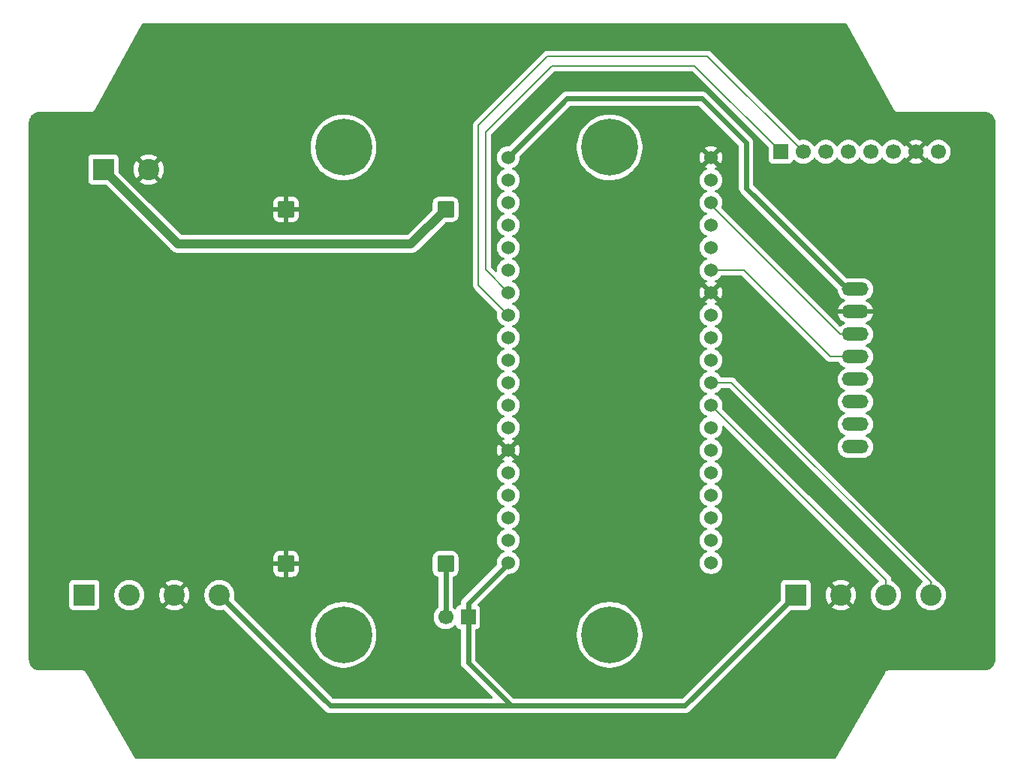
<source format=gtl>
G04 #@! TF.GenerationSoftware,KiCad,Pcbnew,9.0.4*
G04 #@! TF.CreationDate,2025-09-11T10:43:24+07:00*
G04 #@! TF.ProjectId,BreakoutBoard,42726561-6b6f-4757-9442-6f6172642e6b,rev?*
G04 #@! TF.SameCoordinates,Original*
G04 #@! TF.FileFunction,Copper,L1,Top*
G04 #@! TF.FilePolarity,Positive*
%FSLAX46Y46*%
G04 Gerber Fmt 4.6, Leading zero omitted, Abs format (unit mm)*
G04 Created by KiCad (PCBNEW 9.0.4) date 2025-09-11 10:43:24*
%MOMM*%
%LPD*%
G01*
G04 APERTURE LIST*
G04 Aperture macros list*
%AMRoundRect*
0 Rectangle with rounded corners*
0 $1 Rounding radius*
0 $2 $3 $4 $5 $6 $7 $8 $9 X,Y pos of 4 corners*
0 Add a 4 corners polygon primitive as box body*
4,1,4,$2,$3,$4,$5,$6,$7,$8,$9,$2,$3,0*
0 Add four circle primitives for the rounded corners*
1,1,$1+$1,$2,$3*
1,1,$1+$1,$4,$5*
1,1,$1+$1,$6,$7*
1,1,$1+$1,$8,$9*
0 Add four rect primitives between the rounded corners*
20,1,$1+$1,$2,$3,$4,$5,0*
20,1,$1+$1,$4,$5,$6,$7,0*
20,1,$1+$1,$6,$7,$8,$9,0*
20,1,$1+$1,$8,$9,$2,$3,0*%
G04 Aperture macros list end*
G04 #@! TA.AperFunction,ComponentPad*
%ADD10C,6.400000*%
G04 #@! TD*
G04 #@! TA.AperFunction,SMDPad,CuDef*
%ADD11RoundRect,0.285750X-0.666750X-0.666750X0.666750X-0.666750X0.666750X0.666750X-0.666750X0.666750X0*%
G04 #@! TD*
G04 #@! TA.AperFunction,ComponentPad*
%ADD12O,3.000000X1.500000*%
G04 #@! TD*
G04 #@! TA.AperFunction,ComponentPad*
%ADD13C,1.524000*%
G04 #@! TD*
G04 #@! TA.AperFunction,ComponentPad*
%ADD14R,1.700000X1.700000*%
G04 #@! TD*
G04 #@! TA.AperFunction,ComponentPad*
%ADD15C,1.700000*%
G04 #@! TD*
G04 #@! TA.AperFunction,ComponentPad*
%ADD16R,2.400000X2.400000*%
G04 #@! TD*
G04 #@! TA.AperFunction,ComponentPad*
%ADD17C,2.400000*%
G04 #@! TD*
G04 #@! TA.AperFunction,Conductor*
%ADD18C,0.600000*%
G04 #@! TD*
G04 #@! TA.AperFunction,Conductor*
%ADD19C,0.200000*%
G04 #@! TD*
G04 #@! TA.AperFunction,Conductor*
%ADD20C,1.000000*%
G04 #@! TD*
G04 APERTURE END LIST*
D10*
X129000000Y-49500000D03*
D11*
X122500000Y-56500000D03*
X140500000Y-56500000D03*
X140500000Y-96500000D03*
X122500000Y-96500000D03*
D10*
X159000000Y-49500000D03*
X129000000Y-104500000D03*
D12*
X186718400Y-80747600D03*
X186718400Y-68047600D03*
X186718400Y-83287600D03*
X186718400Y-70587600D03*
X186718400Y-73127600D03*
X186718400Y-65507600D03*
X186718400Y-78207600D03*
X186718400Y-75667600D03*
D13*
X147570000Y-50640000D03*
X147570000Y-53180000D03*
X147570000Y-55720000D03*
X147570000Y-58260000D03*
X147570000Y-60800000D03*
X147570000Y-63340000D03*
X147570000Y-65880000D03*
X147570000Y-68420000D03*
X147570000Y-70960000D03*
X147570000Y-73500000D03*
X147570000Y-76040000D03*
X147570000Y-78580000D03*
X147570000Y-81120000D03*
X147570000Y-83660000D03*
X147570000Y-86200000D03*
X147570000Y-88740000D03*
X147570000Y-91280000D03*
X147570000Y-93820000D03*
X147570000Y-96360000D03*
X170430000Y-50640000D03*
X170430000Y-53180000D03*
X170430000Y-55720000D03*
X170430000Y-58260000D03*
X170430000Y-60800000D03*
X170430000Y-63340000D03*
X170430000Y-65880000D03*
X170430000Y-68420000D03*
X170430000Y-70960000D03*
X170430000Y-73500000D03*
X170430000Y-76040000D03*
X170430000Y-78580000D03*
X170430000Y-81120000D03*
X170430000Y-83660000D03*
X170430000Y-86200000D03*
X170430000Y-88740000D03*
X170430000Y-91280000D03*
X170430000Y-93820000D03*
X170430000Y-96360000D03*
D14*
X178300000Y-50000000D03*
D15*
X180840000Y-50000000D03*
X183380000Y-50000000D03*
X185920000Y-50000000D03*
X188460000Y-50000000D03*
X191000000Y-50000000D03*
X193540000Y-50000000D03*
X196080000Y-50000000D03*
D16*
X101920000Y-52000000D03*
D17*
X107000000Y-52000000D03*
D14*
X143040000Y-102500000D03*
D15*
X140500000Y-102500000D03*
D16*
X180000000Y-100000000D03*
D17*
X185080000Y-100000000D03*
X190160000Y-100000000D03*
X195240000Y-100000000D03*
D10*
X159000000Y-104500000D03*
D16*
X99760000Y-100000000D03*
D17*
X104840000Y-100000000D03*
X109920000Y-100000000D03*
X115000000Y-100000000D03*
D18*
X174400000Y-49000000D02*
X169400000Y-44000000D01*
X174400000Y-54100000D02*
X174400000Y-49000000D01*
X169400000Y-44000000D02*
X154210000Y-44000000D01*
X185807600Y-65507600D02*
X174400000Y-54100000D01*
X186718400Y-65507600D02*
X185807600Y-65507600D01*
X154210000Y-44000000D02*
X147570000Y-50640000D01*
D19*
X144200000Y-47000000D02*
X144200000Y-65050000D01*
X152000000Y-39200000D02*
X144200000Y-47000000D01*
X170040000Y-39200000D02*
X152000000Y-39200000D01*
X180840000Y-50000000D02*
X170040000Y-39200000D01*
X144200000Y-65050000D02*
X147570000Y-68420000D01*
X147570000Y-65870000D02*
X147570000Y-65880000D01*
X152500000Y-40300000D02*
X145000000Y-47800000D01*
X145000000Y-63300000D02*
X147570000Y-65870000D01*
X168600000Y-40300000D02*
X152500000Y-40300000D01*
X145000000Y-47800000D02*
X145000000Y-63300000D01*
X178300000Y-50000000D02*
X168600000Y-40300000D01*
X184987600Y-70587600D02*
X186718400Y-70587600D01*
X170430000Y-55720000D02*
X170430000Y-56030000D01*
X170430000Y-56030000D02*
X184987600Y-70587600D01*
X174140000Y-63340000D02*
X183927600Y-73127600D01*
X183927600Y-73127600D02*
X186718400Y-73127600D01*
X170430000Y-63340000D02*
X174140000Y-63340000D01*
D18*
X147570000Y-96430000D02*
X143040000Y-100960000D01*
X147900000Y-112500000D02*
X127500000Y-112500000D01*
X143040000Y-107640000D02*
X147900000Y-112500000D01*
X143040000Y-100960000D02*
X143040000Y-102500000D01*
X180000000Y-100000000D02*
X167500000Y-112500000D01*
X140500000Y-96500000D02*
X140500000Y-102500000D01*
X127500000Y-112500000D02*
X115000000Y-100000000D01*
X167500000Y-112500000D02*
X147900000Y-112500000D01*
X147570000Y-96360000D02*
X147570000Y-96430000D01*
X143040000Y-102500000D02*
X143040000Y-107640000D01*
D19*
X190160000Y-98310000D02*
X170430000Y-78580000D01*
X190160000Y-100000000D02*
X190160000Y-98310000D01*
X170430000Y-76040000D02*
X172740000Y-76040000D01*
X195240000Y-98660000D02*
X195240000Y-100000000D01*
X195300000Y-98600000D02*
X195240000Y-98660000D01*
X172740000Y-76040000D02*
X195300000Y-98600000D01*
D20*
X110320000Y-60400000D02*
X136600000Y-60400000D01*
X101920000Y-52000000D02*
X110320000Y-60400000D01*
X136600000Y-60400000D02*
X140500000Y-56500000D01*
G04 #@! TA.AperFunction,Conductor*
G36*
X185697789Y-35520185D02*
G01*
X185739401Y-35564742D01*
X191025929Y-45176611D01*
X191025929Y-45176612D01*
X191032242Y-45188091D01*
X191033608Y-45193186D01*
X191063927Y-45245702D01*
X191064534Y-45246804D01*
X191064561Y-45246852D01*
X191093208Y-45298936D01*
X191095949Y-45302666D01*
X191096043Y-45302809D01*
X191096679Y-45303638D01*
X191096681Y-45303641D01*
X191099500Y-45307315D01*
X191141480Y-45349294D01*
X191143281Y-45351132D01*
X191184440Y-45394036D01*
X191184445Y-45394039D01*
X191188047Y-45396924D01*
X191188049Y-45396926D01*
X191188876Y-45397588D01*
X191189022Y-45397688D01*
X191192682Y-45400496D01*
X191192686Y-45400500D01*
X191245246Y-45430845D01*
X191297176Y-45462282D01*
X191302243Y-45463753D01*
X191306814Y-45466392D01*
X191365441Y-45482100D01*
X191423735Y-45499025D01*
X191429009Y-45499133D01*
X191434107Y-45500500D01*
X191434108Y-45500500D01*
X191493518Y-45500500D01*
X191496092Y-45500527D01*
X191555487Y-45501760D01*
X191555487Y-45501759D01*
X191555490Y-45501760D01*
X191555492Y-45501759D01*
X191560082Y-45501252D01*
X191573716Y-45500500D01*
X201234108Y-45500500D01*
X201295125Y-45500500D01*
X201304853Y-45500881D01*
X201477919Y-45514502D01*
X201497128Y-45517545D01*
X201661183Y-45556931D01*
X201679675Y-45562940D01*
X201805347Y-45614994D01*
X201835547Y-45627504D01*
X201852884Y-45636338D01*
X201996725Y-45724484D01*
X202012466Y-45735920D01*
X202140753Y-45845486D01*
X202154513Y-45859246D01*
X202264079Y-45987533D01*
X202275515Y-46003274D01*
X202363661Y-46147115D01*
X202372495Y-46164452D01*
X202437057Y-46320317D01*
X202443070Y-46338823D01*
X202482453Y-46502866D01*
X202485497Y-46522084D01*
X202499118Y-46695146D01*
X202499500Y-46704875D01*
X202499500Y-107295124D01*
X202499118Y-107304853D01*
X202485497Y-107477915D01*
X202482453Y-107497133D01*
X202443070Y-107661176D01*
X202437057Y-107679682D01*
X202372495Y-107835547D01*
X202363661Y-107852884D01*
X202275515Y-107996725D01*
X202264079Y-108012466D01*
X202154513Y-108140753D01*
X202140753Y-108154513D01*
X202012466Y-108264079D01*
X201996725Y-108275515D01*
X201852884Y-108363661D01*
X201835547Y-108372495D01*
X201679682Y-108437057D01*
X201661176Y-108443070D01*
X201497133Y-108482453D01*
X201477915Y-108485497D01*
X201304854Y-108499118D01*
X201295125Y-108499500D01*
X190565810Y-108499500D01*
X190565732Y-108499479D01*
X190499840Y-108499500D01*
X190434100Y-108499500D01*
X190433947Y-108499521D01*
X190370250Y-108516610D01*
X190370214Y-108516619D01*
X190306803Y-108533610D01*
X190306678Y-108533661D01*
X190249664Y-108566601D01*
X190249516Y-108566688D01*
X190192686Y-108599500D01*
X190192628Y-108599557D01*
X190192557Y-108599599D01*
X190192364Y-108599791D01*
X190192364Y-108599792D01*
X190146057Y-108646125D01*
X190146058Y-108646126D01*
X190145955Y-108646229D01*
X190145953Y-108646232D01*
X190145643Y-108646541D01*
X190145226Y-108646958D01*
X190099500Y-108692686D01*
X190099459Y-108692756D01*
X190099402Y-108692814D01*
X190099291Y-108693005D01*
X190099289Y-108693008D01*
X190066982Y-108749006D01*
X190066964Y-108749037D01*
X190029758Y-108813482D01*
X190029596Y-108813808D01*
X184477487Y-118437466D01*
X184426935Y-118485697D01*
X184370080Y-118499500D01*
X105629920Y-118499500D01*
X105562881Y-118479815D01*
X105522513Y-118437466D01*
X102558878Y-113300500D01*
X99966413Y-108806894D01*
X99966392Y-108806814D01*
X99933039Y-108749045D01*
X99933016Y-108749006D01*
X99900599Y-108692816D01*
X99900598Y-108692814D01*
X99900595Y-108692811D01*
X99900558Y-108692762D01*
X99900500Y-108692686D01*
X99853994Y-108646180D01*
X99807443Y-108599599D01*
X99807371Y-108599557D01*
X99807314Y-108599500D01*
X99750482Y-108566687D01*
X99750486Y-108566679D01*
X99750451Y-108566669D01*
X99693336Y-108533670D01*
X99693333Y-108533669D01*
X99693328Y-108533666D01*
X99693197Y-108533611D01*
X99629786Y-108516620D01*
X99629749Y-108516610D01*
X99566046Y-108499519D01*
X99565905Y-108499500D01*
X99565892Y-108499500D01*
X99500160Y-108499500D01*
X99434268Y-108499479D01*
X99434190Y-108499500D01*
X94704875Y-108499500D01*
X94695146Y-108499118D01*
X94522084Y-108485497D01*
X94502866Y-108482453D01*
X94338823Y-108443070D01*
X94320317Y-108437057D01*
X94164452Y-108372495D01*
X94147115Y-108363661D01*
X94003274Y-108275515D01*
X93987533Y-108264079D01*
X93859246Y-108154513D01*
X93845486Y-108140753D01*
X93735920Y-108012466D01*
X93724484Y-107996725D01*
X93636338Y-107852884D01*
X93627504Y-107835547D01*
X93614994Y-107805347D01*
X93562940Y-107679675D01*
X93556931Y-107661183D01*
X93517545Y-107497128D01*
X93514502Y-107477915D01*
X93514340Y-107475859D01*
X93500882Y-107304853D01*
X93500500Y-107295124D01*
X93500500Y-98752135D01*
X98059500Y-98752135D01*
X98059500Y-101247870D01*
X98059501Y-101247876D01*
X98065908Y-101307483D01*
X98116202Y-101442328D01*
X98116206Y-101442335D01*
X98202452Y-101557544D01*
X98202455Y-101557547D01*
X98317664Y-101643793D01*
X98317671Y-101643797D01*
X98452517Y-101694091D01*
X98452516Y-101694091D01*
X98459444Y-101694835D01*
X98512127Y-101700500D01*
X101007872Y-101700499D01*
X101067483Y-101694091D01*
X101202331Y-101643796D01*
X101317546Y-101557546D01*
X101403796Y-101442331D01*
X101454091Y-101307483D01*
X101460500Y-101247873D01*
X101460499Y-99888549D01*
X103139500Y-99888549D01*
X103139500Y-100111450D01*
X103139501Y-100111466D01*
X103168594Y-100332452D01*
X103168595Y-100332457D01*
X103168596Y-100332463D01*
X103226290Y-100547780D01*
X103226293Y-100547790D01*
X103311593Y-100753722D01*
X103311595Y-100753726D01*
X103423052Y-100946774D01*
X103423057Y-100946780D01*
X103423058Y-100946782D01*
X103558751Y-101123622D01*
X103558757Y-101123629D01*
X103716370Y-101281242D01*
X103716377Y-101281248D01*
X103769669Y-101322140D01*
X103893226Y-101416948D01*
X104086274Y-101528405D01*
X104156622Y-101557544D01*
X104291074Y-101613236D01*
X104292219Y-101613710D01*
X104507537Y-101671404D01*
X104728543Y-101700500D01*
X104728550Y-101700500D01*
X104951450Y-101700500D01*
X104951457Y-101700500D01*
X105172463Y-101671404D01*
X105387781Y-101613710D01*
X105593726Y-101528405D01*
X105786774Y-101416948D01*
X105963624Y-101281247D01*
X105963629Y-101281242D01*
X106014550Y-101230322D01*
X106121242Y-101123629D01*
X106121247Y-101123624D01*
X106256948Y-100946774D01*
X106368405Y-100753726D01*
X106453710Y-100547781D01*
X106511404Y-100332463D01*
X106540500Y-100111457D01*
X106540500Y-99888575D01*
X108220000Y-99888575D01*
X108220000Y-100111424D01*
X108249085Y-100332354D01*
X108249088Y-100332367D01*
X108306763Y-100547618D01*
X108392045Y-100753502D01*
X108392054Y-100753520D01*
X108503464Y-100946491D01*
X108503473Y-100946504D01*
X108554040Y-101012403D01*
X108554043Y-101012403D01*
X109204152Y-100362293D01*
X109211049Y-100378942D01*
X109298599Y-100509970D01*
X109410030Y-100621401D01*
X109541058Y-100708951D01*
X109557705Y-100715846D01*
X108907595Y-101365955D01*
X108907595Y-101365956D01*
X108973507Y-101416533D01*
X109166485Y-101527949D01*
X109166497Y-101527954D01*
X109372381Y-101613236D01*
X109587632Y-101670911D01*
X109587645Y-101670914D01*
X109808575Y-101700000D01*
X110031425Y-101700000D01*
X110252354Y-101670914D01*
X110252367Y-101670911D01*
X110467618Y-101613236D01*
X110673502Y-101527954D01*
X110673514Y-101527949D01*
X110866498Y-101416530D01*
X110932403Y-101365957D01*
X110932404Y-101365956D01*
X110282294Y-100715846D01*
X110298942Y-100708951D01*
X110429970Y-100621401D01*
X110541401Y-100509970D01*
X110628951Y-100378942D01*
X110635846Y-100362294D01*
X111285956Y-101012404D01*
X111285957Y-101012403D01*
X111336530Y-100946498D01*
X111447949Y-100753514D01*
X111447954Y-100753502D01*
X111533236Y-100547618D01*
X111590911Y-100332367D01*
X111590914Y-100332354D01*
X111620000Y-100111424D01*
X111620000Y-99888575D01*
X111619997Y-99888549D01*
X113299500Y-99888549D01*
X113299500Y-100111450D01*
X113299501Y-100111466D01*
X113328594Y-100332452D01*
X113328595Y-100332457D01*
X113328596Y-100332463D01*
X113386290Y-100547780D01*
X113386293Y-100547790D01*
X113471593Y-100753722D01*
X113471595Y-100753726D01*
X113583052Y-100946774D01*
X113583057Y-100946780D01*
X113583058Y-100946782D01*
X113718751Y-101123622D01*
X113718757Y-101123629D01*
X113876370Y-101281242D01*
X113876377Y-101281248D01*
X113929669Y-101322140D01*
X114053226Y-101416948D01*
X114246274Y-101528405D01*
X114316622Y-101557544D01*
X114451074Y-101613236D01*
X114452219Y-101613710D01*
X114667537Y-101671404D01*
X114888543Y-101700500D01*
X114888550Y-101700500D01*
X115111450Y-101700500D01*
X115111457Y-101700500D01*
X115332463Y-101671404D01*
X115426460Y-101646217D01*
X115496308Y-101647880D01*
X115546233Y-101678311D01*
X126989707Y-113121786D01*
X126989711Y-113121789D01*
X127120814Y-113209390D01*
X127120818Y-113209392D01*
X127120821Y-113209394D01*
X127266503Y-113269738D01*
X127421153Y-113300499D01*
X127421157Y-113300500D01*
X127421158Y-113300500D01*
X167578844Y-113300500D01*
X167578845Y-113300499D01*
X167733497Y-113269737D01*
X167879179Y-113209394D01*
X168010289Y-113121789D01*
X179395259Y-101736817D01*
X179456582Y-101703333D01*
X179482940Y-101700499D01*
X181247871Y-101700499D01*
X181247872Y-101700499D01*
X181307483Y-101694091D01*
X181442331Y-101643796D01*
X181557546Y-101557546D01*
X181643796Y-101442331D01*
X181694091Y-101307483D01*
X181700500Y-101247873D01*
X181700499Y-99888575D01*
X183380000Y-99888575D01*
X183380000Y-100111424D01*
X183409085Y-100332354D01*
X183409088Y-100332367D01*
X183466763Y-100547618D01*
X183552045Y-100753502D01*
X183552054Y-100753520D01*
X183663464Y-100946491D01*
X183663473Y-100946504D01*
X183714040Y-101012403D01*
X183714043Y-101012403D01*
X184364152Y-100362293D01*
X184371049Y-100378942D01*
X184458599Y-100509970D01*
X184570030Y-100621401D01*
X184701058Y-100708951D01*
X184717705Y-100715846D01*
X184067595Y-101365955D01*
X184067595Y-101365956D01*
X184133507Y-101416533D01*
X184326485Y-101527949D01*
X184326497Y-101527954D01*
X184532381Y-101613236D01*
X184747632Y-101670911D01*
X184747645Y-101670914D01*
X184968575Y-101700000D01*
X185191425Y-101700000D01*
X185412354Y-101670914D01*
X185412367Y-101670911D01*
X185627618Y-101613236D01*
X185833502Y-101527954D01*
X185833514Y-101527949D01*
X186026498Y-101416530D01*
X186092403Y-101365957D01*
X186092404Y-101365956D01*
X185442294Y-100715846D01*
X185458942Y-100708951D01*
X185589970Y-100621401D01*
X185701401Y-100509970D01*
X185788951Y-100378942D01*
X185795846Y-100362294D01*
X186445956Y-101012404D01*
X186445957Y-101012403D01*
X186496530Y-100946498D01*
X186607949Y-100753514D01*
X186607954Y-100753502D01*
X186693236Y-100547618D01*
X186750911Y-100332367D01*
X186750914Y-100332354D01*
X186780000Y-100111424D01*
X186780000Y-99888575D01*
X186750914Y-99667645D01*
X186750911Y-99667632D01*
X186693236Y-99452381D01*
X186607954Y-99246497D01*
X186607949Y-99246485D01*
X186496533Y-99053507D01*
X186445956Y-98987595D01*
X186445955Y-98987595D01*
X185795846Y-99637704D01*
X185788951Y-99621058D01*
X185701401Y-99490030D01*
X185589970Y-99378599D01*
X185458942Y-99291049D01*
X185442293Y-99284152D01*
X186092403Y-98634043D01*
X186092403Y-98634040D01*
X186026504Y-98583473D01*
X186026491Y-98583464D01*
X185833520Y-98472054D01*
X185833502Y-98472045D01*
X185627618Y-98386763D01*
X185412367Y-98329088D01*
X185412354Y-98329085D01*
X185191425Y-98300000D01*
X184968575Y-98300000D01*
X184747645Y-98329085D01*
X184747632Y-98329088D01*
X184532381Y-98386763D01*
X184326497Y-98472045D01*
X184326479Y-98472054D01*
X184133511Y-98583462D01*
X184067595Y-98634042D01*
X184717706Y-99284152D01*
X184701058Y-99291049D01*
X184570030Y-99378599D01*
X184458599Y-99490030D01*
X184371049Y-99621058D01*
X184364153Y-99637706D01*
X183714042Y-98987595D01*
X183663462Y-99053511D01*
X183552054Y-99246479D01*
X183552045Y-99246497D01*
X183466763Y-99452381D01*
X183409088Y-99667632D01*
X183409085Y-99667645D01*
X183380000Y-99888575D01*
X181700499Y-99888575D01*
X181700499Y-98752128D01*
X181694385Y-98695248D01*
X181694385Y-98695246D01*
X181694092Y-98692519D01*
X181643797Y-98557671D01*
X181643793Y-98557664D01*
X181557547Y-98442455D01*
X181557544Y-98442452D01*
X181442335Y-98356206D01*
X181442328Y-98356202D01*
X181307482Y-98305908D01*
X181307483Y-98305908D01*
X181247883Y-98299501D01*
X181247881Y-98299500D01*
X181247873Y-98299500D01*
X181247864Y-98299500D01*
X178752129Y-98299500D01*
X178752123Y-98299501D01*
X178692516Y-98305908D01*
X178557671Y-98356202D01*
X178557664Y-98356206D01*
X178442455Y-98442452D01*
X178442452Y-98442455D01*
X178356206Y-98557664D01*
X178356202Y-98557671D01*
X178305908Y-98692517D01*
X178299501Y-98752116D01*
X178299501Y-98752123D01*
X178299500Y-98752135D01*
X178299500Y-100517059D01*
X178279815Y-100584098D01*
X178263181Y-100604740D01*
X167204741Y-111663181D01*
X167143418Y-111696666D01*
X167117060Y-111699500D01*
X148282940Y-111699500D01*
X148215901Y-111679815D01*
X148195259Y-111663181D01*
X143876819Y-107344741D01*
X143843334Y-107283418D01*
X143840500Y-107257060D01*
X143840500Y-104318209D01*
X155299500Y-104318209D01*
X155299500Y-104681790D01*
X155335137Y-105043630D01*
X155406064Y-105400212D01*
X155406067Y-105400223D01*
X155511614Y-105748165D01*
X155650754Y-106084078D01*
X155650756Y-106084083D01*
X155822140Y-106404720D01*
X155822151Y-106404738D01*
X156024140Y-106707035D01*
X156024150Y-106707049D01*
X156254807Y-106988106D01*
X156511893Y-107245192D01*
X156511898Y-107245196D01*
X156511899Y-107245197D01*
X156792956Y-107475854D01*
X157095268Y-107677853D01*
X157095277Y-107677858D01*
X157095279Y-107677859D01*
X157415916Y-107849243D01*
X157415918Y-107849243D01*
X157415924Y-107849247D01*
X157751836Y-107988386D01*
X158099767Y-108093930D01*
X158099773Y-108093931D01*
X158099776Y-108093932D01*
X158099787Y-108093935D01*
X158456369Y-108164862D01*
X158818206Y-108200500D01*
X158818209Y-108200500D01*
X159181791Y-108200500D01*
X159181794Y-108200500D01*
X159543631Y-108164862D01*
X159627523Y-108148175D01*
X159900212Y-108093935D01*
X159900223Y-108093932D01*
X159900223Y-108093931D01*
X159900233Y-108093930D01*
X160248164Y-107988386D01*
X160584076Y-107849247D01*
X160904732Y-107677853D01*
X161207044Y-107475854D01*
X161488101Y-107245197D01*
X161745197Y-106988101D01*
X161975854Y-106707044D01*
X162177853Y-106404732D01*
X162349247Y-106084076D01*
X162488386Y-105748164D01*
X162593930Y-105400233D01*
X162593932Y-105400223D01*
X162593935Y-105400212D01*
X162664862Y-105043630D01*
X162700500Y-104681790D01*
X162700500Y-104318209D01*
X162664862Y-103956369D01*
X162593935Y-103599787D01*
X162593932Y-103599776D01*
X162593931Y-103599773D01*
X162593930Y-103599767D01*
X162488386Y-103251836D01*
X162349247Y-102915924D01*
X162295966Y-102816243D01*
X162177859Y-102595279D01*
X162177858Y-102595277D01*
X162177853Y-102595268D01*
X161975854Y-102292956D01*
X161745197Y-102011899D01*
X161745196Y-102011898D01*
X161745192Y-102011893D01*
X161488106Y-101754807D01*
X161207049Y-101524150D01*
X161207048Y-101524149D01*
X161207044Y-101524146D01*
X160904732Y-101322147D01*
X160904727Y-101322144D01*
X160904720Y-101322140D01*
X160584083Y-101150756D01*
X160584078Y-101150754D01*
X160576560Y-101147640D01*
X160485690Y-101110000D01*
X160248165Y-101011614D01*
X159900223Y-100906067D01*
X159900212Y-100906064D01*
X159543630Y-100835137D01*
X159271111Y-100808296D01*
X159181794Y-100799500D01*
X158818206Y-100799500D01*
X158735679Y-100807628D01*
X158456369Y-100835137D01*
X158099787Y-100906064D01*
X158099776Y-100906067D01*
X157751834Y-101011614D01*
X157415921Y-101150754D01*
X157415916Y-101150756D01*
X157095279Y-101322140D01*
X157095261Y-101322151D01*
X156792964Y-101524140D01*
X156792950Y-101524150D01*
X156511893Y-101754807D01*
X156254807Y-102011893D01*
X156024150Y-102292950D01*
X156024140Y-102292964D01*
X155822151Y-102595261D01*
X155822140Y-102595279D01*
X155650756Y-102915916D01*
X155650754Y-102915921D01*
X155511614Y-103251834D01*
X155406067Y-103599776D01*
X155406064Y-103599787D01*
X155335137Y-103956369D01*
X155299500Y-104318209D01*
X143840500Y-104318209D01*
X143840500Y-103972351D01*
X143860185Y-103905312D01*
X143912989Y-103859557D01*
X143951247Y-103849061D01*
X143997483Y-103844091D01*
X144132331Y-103793796D01*
X144247546Y-103707546D01*
X144333796Y-103592331D01*
X144384091Y-103457483D01*
X144390500Y-103397873D01*
X144390499Y-101602128D01*
X144384091Y-101542517D01*
X144382810Y-101539083D01*
X144333797Y-101407671D01*
X144333793Y-101407664D01*
X144247547Y-101292455D01*
X144247544Y-101292452D01*
X144128819Y-101203574D01*
X144086948Y-101147640D01*
X144081964Y-101077949D01*
X144115447Y-101016629D01*
X147473259Y-97658819D01*
X147534582Y-97625334D01*
X147560940Y-97622500D01*
X147669360Y-97622500D01*
X147669361Y-97622500D01*
X147865636Y-97591413D01*
X148054632Y-97530005D01*
X148231694Y-97439787D01*
X148392464Y-97322981D01*
X148532981Y-97182464D01*
X148649787Y-97021694D01*
X148740005Y-96844632D01*
X148801413Y-96655636D01*
X148832500Y-96459361D01*
X148832500Y-96260639D01*
X148801413Y-96064364D01*
X148740005Y-95875368D01*
X148740005Y-95875367D01*
X148649786Y-95698305D01*
X148532981Y-95537536D01*
X148392464Y-95397019D01*
X148231694Y-95280213D01*
X148075218Y-95200484D01*
X148024423Y-95152510D01*
X148007628Y-95084689D01*
X148030165Y-95018554D01*
X148075218Y-94979515D01*
X148231694Y-94899787D01*
X148392464Y-94782981D01*
X148532981Y-94642464D01*
X148649787Y-94481694D01*
X148740005Y-94304632D01*
X148801413Y-94115636D01*
X148832500Y-93919361D01*
X148832500Y-93720639D01*
X148801413Y-93524364D01*
X148740005Y-93335368D01*
X148740005Y-93335367D01*
X148649786Y-93158305D01*
X148532981Y-92997536D01*
X148392464Y-92857019D01*
X148231694Y-92740213D01*
X148075218Y-92660484D01*
X148024423Y-92612510D01*
X148007628Y-92544689D01*
X148030165Y-92478554D01*
X148075218Y-92439515D01*
X148231694Y-92359787D01*
X148392464Y-92242981D01*
X148532981Y-92102464D01*
X148649787Y-91941694D01*
X148740005Y-91764632D01*
X148801413Y-91575636D01*
X148832500Y-91379361D01*
X148832500Y-91180639D01*
X148801413Y-90984364D01*
X148740005Y-90795368D01*
X148740005Y-90795367D01*
X148649786Y-90618305D01*
X148532981Y-90457536D01*
X148392464Y-90317019D01*
X148231694Y-90200213D01*
X148075218Y-90120484D01*
X148024423Y-90072510D01*
X148007628Y-90004689D01*
X148030165Y-89938554D01*
X148075218Y-89899515D01*
X148231694Y-89819787D01*
X148392464Y-89702981D01*
X148532981Y-89562464D01*
X148649787Y-89401694D01*
X148740005Y-89224632D01*
X148801413Y-89035636D01*
X148832500Y-88839361D01*
X148832500Y-88640639D01*
X148801413Y-88444364D01*
X148740005Y-88255368D01*
X148740005Y-88255367D01*
X148649786Y-88078305D01*
X148532981Y-87917536D01*
X148392464Y-87777019D01*
X148231694Y-87660213D01*
X148075218Y-87580484D01*
X148024423Y-87532510D01*
X148007628Y-87464689D01*
X148030165Y-87398554D01*
X148075218Y-87359515D01*
X148231694Y-87279787D01*
X148392464Y-87162981D01*
X148532981Y-87022464D01*
X148649787Y-86861694D01*
X148740005Y-86684632D01*
X148801413Y-86495636D01*
X148832500Y-86299361D01*
X148832500Y-86100639D01*
X148801413Y-85904364D01*
X148740005Y-85715368D01*
X148740005Y-85715367D01*
X148649786Y-85538305D01*
X148532981Y-85377536D01*
X148392464Y-85237019D01*
X148231694Y-85120213D01*
X148074667Y-85040203D01*
X148023872Y-84992229D01*
X148007077Y-84924408D01*
X148029614Y-84858273D01*
X148074669Y-84819234D01*
X148231422Y-84739364D01*
X148268716Y-84712268D01*
X147705942Y-84149494D01*
X147766081Y-84133381D01*
X147881920Y-84066502D01*
X147976502Y-83971920D01*
X148043381Y-83856081D01*
X148059495Y-83795942D01*
X148622268Y-84358715D01*
X148649362Y-84321425D01*
X148739542Y-84144437D01*
X148800924Y-83955523D01*
X148800924Y-83955520D01*
X148832000Y-83759321D01*
X148832000Y-83560678D01*
X148800924Y-83364479D01*
X148800924Y-83364476D01*
X148739542Y-83175562D01*
X148649358Y-82998567D01*
X148622268Y-82961283D01*
X148059494Y-83524057D01*
X148043381Y-83463919D01*
X147976502Y-83348080D01*
X147881920Y-83253498D01*
X147766081Y-83186619D01*
X147705942Y-83170504D01*
X148268716Y-82607731D01*
X148268715Y-82607730D01*
X148231432Y-82580641D01*
X148074668Y-82500765D01*
X148023872Y-82452790D01*
X148007077Y-82384969D01*
X148029615Y-82318834D01*
X148074667Y-82279796D01*
X148231694Y-82199787D01*
X148392464Y-82082981D01*
X148532981Y-81942464D01*
X148649787Y-81781694D01*
X148740005Y-81604632D01*
X148801413Y-81415636D01*
X148832500Y-81219361D01*
X148832500Y-81020639D01*
X148801413Y-80824364D01*
X148740005Y-80635368D01*
X148740005Y-80635367D01*
X148649786Y-80458305D01*
X148647220Y-80454773D01*
X148532981Y-80297536D01*
X148392464Y-80157019D01*
X148231694Y-80040213D01*
X148075218Y-79960484D01*
X148024423Y-79912510D01*
X148007628Y-79844689D01*
X148030165Y-79778554D01*
X148075218Y-79739515D01*
X148231694Y-79659787D01*
X148392464Y-79542981D01*
X148532981Y-79402464D01*
X148649787Y-79241694D01*
X148740005Y-79064632D01*
X148801413Y-78875636D01*
X148832500Y-78679361D01*
X148832500Y-78480639D01*
X148801413Y-78284364D01*
X148740005Y-78095368D01*
X148740005Y-78095367D01*
X148649786Y-77918305D01*
X148647220Y-77914773D01*
X148532981Y-77757536D01*
X148392464Y-77617019D01*
X148231694Y-77500213D01*
X148075218Y-77420484D01*
X148024423Y-77372510D01*
X148007628Y-77304689D01*
X148030165Y-77238554D01*
X148075218Y-77199515D01*
X148231694Y-77119787D01*
X148392464Y-77002981D01*
X148532981Y-76862464D01*
X148649787Y-76701694D01*
X148740005Y-76524632D01*
X148801413Y-76335636D01*
X148832500Y-76139361D01*
X148832500Y-75940639D01*
X148801413Y-75744364D01*
X148744492Y-75569177D01*
X148740006Y-75555370D01*
X148740005Y-75555367D01*
X148680967Y-75439500D01*
X148649787Y-75378306D01*
X148532981Y-75217536D01*
X148392464Y-75077019D01*
X148231694Y-74960213D01*
X148075218Y-74880484D01*
X148024423Y-74832510D01*
X148007628Y-74764689D01*
X148030165Y-74698554D01*
X148075218Y-74659515D01*
X148231694Y-74579787D01*
X148392464Y-74462981D01*
X148532981Y-74322464D01*
X148649787Y-74161694D01*
X148740005Y-73984632D01*
X148801413Y-73795636D01*
X148832500Y-73599361D01*
X148832500Y-73400639D01*
X148801413Y-73204364D01*
X148740005Y-73015368D01*
X148740005Y-73015367D01*
X148649786Y-72838305D01*
X148647220Y-72834773D01*
X148532981Y-72677536D01*
X148392464Y-72537019D01*
X148231694Y-72420213D01*
X148075218Y-72340484D01*
X148024423Y-72292510D01*
X148007628Y-72224689D01*
X148030165Y-72158554D01*
X148075218Y-72119515D01*
X148231694Y-72039787D01*
X148392464Y-71922981D01*
X148532981Y-71782464D01*
X148649787Y-71621694D01*
X148740005Y-71444632D01*
X148801413Y-71255636D01*
X148832500Y-71059361D01*
X148832500Y-70860639D01*
X148801413Y-70664364D01*
X148740005Y-70475368D01*
X148740005Y-70475367D01*
X148649786Y-70298305D01*
X148647220Y-70294773D01*
X148532981Y-70137536D01*
X148392464Y-69997019D01*
X148231694Y-69880213D01*
X148075218Y-69800484D01*
X148024423Y-69752510D01*
X148007628Y-69684689D01*
X148030165Y-69618554D01*
X148075218Y-69579515D01*
X148231694Y-69499787D01*
X148392464Y-69382981D01*
X148532981Y-69242464D01*
X148649787Y-69081694D01*
X148740005Y-68904632D01*
X148801413Y-68715636D01*
X148832500Y-68519361D01*
X148832500Y-68320639D01*
X148801413Y-68124364D01*
X148740005Y-67935368D01*
X148740005Y-67935367D01*
X148649786Y-67758305D01*
X148647300Y-67754883D01*
X148532981Y-67597536D01*
X148392464Y-67457019D01*
X148231694Y-67340213D01*
X148075218Y-67260484D01*
X148024423Y-67212510D01*
X148007628Y-67144689D01*
X148030165Y-67078554D01*
X148075218Y-67039515D01*
X148231694Y-66959787D01*
X148392464Y-66842981D01*
X148532981Y-66702464D01*
X148649787Y-66541694D01*
X148740005Y-66364632D01*
X148801413Y-66175636D01*
X148832500Y-65979361D01*
X148832500Y-65780639D01*
X148801413Y-65584364D01*
X148760279Y-65457766D01*
X148740006Y-65395370D01*
X148740005Y-65395367D01*
X148682131Y-65281785D01*
X148649787Y-65218306D01*
X148532981Y-65057536D01*
X148392464Y-64917019D01*
X148231694Y-64800213D01*
X148075218Y-64720484D01*
X148024423Y-64672510D01*
X148007628Y-64604689D01*
X148030165Y-64538554D01*
X148075218Y-64499515D01*
X148231694Y-64419787D01*
X148392464Y-64302981D01*
X148532981Y-64162464D01*
X148649787Y-64001694D01*
X148740005Y-63824632D01*
X148801413Y-63635636D01*
X148832500Y-63439361D01*
X148832500Y-63240639D01*
X148801413Y-63044364D01*
X148770709Y-62949866D01*
X148740006Y-62855370D01*
X148740005Y-62855367D01*
X148680967Y-62739500D01*
X148649787Y-62678306D01*
X148532981Y-62517536D01*
X148392464Y-62377019D01*
X148231694Y-62260213D01*
X148075218Y-62180484D01*
X148024423Y-62132510D01*
X148007628Y-62064689D01*
X148030165Y-61998554D01*
X148075218Y-61959515D01*
X148231694Y-61879787D01*
X148392464Y-61762981D01*
X148532981Y-61622464D01*
X148649787Y-61461694D01*
X148740005Y-61284632D01*
X148801413Y-61095636D01*
X148832500Y-60899361D01*
X148832500Y-60700639D01*
X148801413Y-60504364D01*
X148740005Y-60315368D01*
X148740005Y-60315367D01*
X148649786Y-60138305D01*
X148532981Y-59977536D01*
X148392464Y-59837019D01*
X148231694Y-59720213D01*
X148075218Y-59640484D01*
X148024423Y-59592510D01*
X148007628Y-59524689D01*
X148030165Y-59458554D01*
X148075218Y-59419515D01*
X148231694Y-59339787D01*
X148392464Y-59222981D01*
X148532981Y-59082464D01*
X148649787Y-58921694D01*
X148740005Y-58744632D01*
X148801413Y-58555636D01*
X148832500Y-58359361D01*
X148832500Y-58160639D01*
X148801413Y-57964364D01*
X148740005Y-57775368D01*
X148740005Y-57775367D01*
X148649786Y-57598305D01*
X148585665Y-57510050D01*
X148532981Y-57437536D01*
X148392464Y-57297019D01*
X148231694Y-57180213D01*
X148075218Y-57100484D01*
X148024423Y-57052510D01*
X148007628Y-56984689D01*
X148030165Y-56918554D01*
X148075218Y-56879515D01*
X148231694Y-56799787D01*
X148392464Y-56682981D01*
X148532981Y-56542464D01*
X148649787Y-56381694D01*
X148740005Y-56204632D01*
X148801413Y-56015636D01*
X148832500Y-55819361D01*
X148832500Y-55620639D01*
X148801413Y-55424364D01*
X148740005Y-55235368D01*
X148740005Y-55235367D01*
X148649786Y-55058305D01*
X148641936Y-55047500D01*
X148532981Y-54897536D01*
X148392464Y-54757019D01*
X148231694Y-54640213D01*
X148075218Y-54560484D01*
X148024423Y-54512510D01*
X148007628Y-54444689D01*
X148030165Y-54378554D01*
X148075218Y-54339515D01*
X148231694Y-54259787D01*
X148392464Y-54142981D01*
X148532981Y-54002464D01*
X148649787Y-53841694D01*
X148740005Y-53664632D01*
X148801413Y-53475636D01*
X148832500Y-53279361D01*
X148832500Y-53080639D01*
X148801413Y-52884364D01*
X148758894Y-52753502D01*
X148740006Y-52695370D01*
X148740005Y-52695367D01*
X148649786Y-52518305D01*
X148532981Y-52357536D01*
X148392464Y-52217019D01*
X148231694Y-52100213D01*
X148075218Y-52020484D01*
X148024423Y-51972510D01*
X148007628Y-51904689D01*
X148030165Y-51838554D01*
X148075218Y-51799515D01*
X148231694Y-51719787D01*
X148392464Y-51602981D01*
X148532981Y-51462464D01*
X148649787Y-51301694D01*
X148740005Y-51124632D01*
X148801413Y-50935636D01*
X148832500Y-50739361D01*
X148832500Y-50560939D01*
X148852185Y-50493900D01*
X148868819Y-50473258D01*
X150023871Y-49318206D01*
X155299500Y-49318206D01*
X155299500Y-49681794D01*
X155299694Y-49683760D01*
X155335137Y-50043630D01*
X155406064Y-50400212D01*
X155406067Y-50400223D01*
X155511614Y-50748165D01*
X155650754Y-51084078D01*
X155650756Y-51084083D01*
X155822140Y-51404720D01*
X155822151Y-51404738D01*
X156024140Y-51707035D01*
X156024150Y-51707049D01*
X156254807Y-51988106D01*
X156511893Y-52245192D01*
X156511898Y-52245196D01*
X156511899Y-52245197D01*
X156792956Y-52475854D01*
X157095268Y-52677853D01*
X157095277Y-52677858D01*
X157095279Y-52677859D01*
X157415916Y-52849243D01*
X157415918Y-52849243D01*
X157415924Y-52849247D01*
X157751836Y-52988386D01*
X158099767Y-53093930D01*
X158099773Y-53093931D01*
X158099776Y-53093932D01*
X158099787Y-53093935D01*
X158456369Y-53164862D01*
X158818206Y-53200500D01*
X158818209Y-53200500D01*
X159181791Y-53200500D01*
X159181794Y-53200500D01*
X159543631Y-53164862D01*
X159613045Y-53151054D01*
X159900212Y-53093935D01*
X159900223Y-53093932D01*
X159900223Y-53093931D01*
X159900233Y-53093930D01*
X160248164Y-52988386D01*
X160584076Y-52849247D01*
X160904732Y-52677853D01*
X161207044Y-52475854D01*
X161488101Y-52245197D01*
X161745197Y-51988101D01*
X161975854Y-51707044D01*
X162177853Y-51404732D01*
X162349247Y-51084076D01*
X162488386Y-50748164D01*
X162593930Y-50400233D01*
X162593932Y-50400223D01*
X162593935Y-50400212D01*
X162664862Y-50043630D01*
X162671270Y-49978567D01*
X162700500Y-49681794D01*
X162700500Y-49318206D01*
X162664862Y-48956369D01*
X162642700Y-48844951D01*
X162593935Y-48599787D01*
X162593932Y-48599776D01*
X162593931Y-48599773D01*
X162593930Y-48599767D01*
X162488386Y-48251836D01*
X162349247Y-47915924D01*
X162177853Y-47595268D01*
X161975854Y-47292956D01*
X161745197Y-47011899D01*
X161745196Y-47011898D01*
X161745192Y-47011893D01*
X161488106Y-46754807D01*
X161207049Y-46524150D01*
X161207048Y-46524149D01*
X161207044Y-46524146D01*
X160904732Y-46322147D01*
X160904727Y-46322144D01*
X160904720Y-46322140D01*
X160584083Y-46150756D01*
X160584078Y-46150754D01*
X160248165Y-46011614D01*
X159900223Y-45906067D01*
X159900212Y-45906064D01*
X159543630Y-45835137D01*
X159271111Y-45808296D01*
X159181794Y-45799500D01*
X158818206Y-45799500D01*
X158735679Y-45807628D01*
X158456369Y-45835137D01*
X158099787Y-45906064D01*
X158099776Y-45906067D01*
X157751834Y-46011614D01*
X157415921Y-46150754D01*
X157415916Y-46150756D01*
X157095279Y-46322140D01*
X157095261Y-46322151D01*
X156792964Y-46524140D01*
X156792950Y-46524150D01*
X156511893Y-46754807D01*
X156254807Y-47011893D01*
X156024150Y-47292950D01*
X156024140Y-47292964D01*
X155822151Y-47595261D01*
X155822140Y-47595279D01*
X155650756Y-47915916D01*
X155650754Y-47915921D01*
X155511614Y-48251834D01*
X155406067Y-48599776D01*
X155406064Y-48599787D01*
X155335137Y-48956369D01*
X155308436Y-49227481D01*
X155299500Y-49318206D01*
X150023871Y-49318206D01*
X150114596Y-49227481D01*
X151746799Y-47595279D01*
X154505259Y-44836819D01*
X154566582Y-44803334D01*
X154592940Y-44800500D01*
X169017060Y-44800500D01*
X169084099Y-44820185D01*
X169104741Y-44836819D01*
X173563181Y-49295259D01*
X173596666Y-49356582D01*
X173599500Y-49382940D01*
X173599500Y-54178846D01*
X173630261Y-54333489D01*
X173630264Y-54333501D01*
X173690602Y-54479172D01*
X173690609Y-54479185D01*
X173778210Y-54610288D01*
X173778213Y-54610292D01*
X184681581Y-65513659D01*
X184715066Y-65574982D01*
X184717900Y-65601340D01*
X184717900Y-65606022D01*
X184748690Y-65800426D01*
X184809517Y-65987629D01*
X184875887Y-66117886D01*
X184898876Y-66163005D01*
X185014572Y-66322246D01*
X185153754Y-66461428D01*
X185264230Y-66541694D01*
X185312996Y-66577125D01*
X185490163Y-66667395D01*
X185540960Y-66715369D01*
X185557755Y-66783190D01*
X185535218Y-66849325D01*
X185490164Y-66888365D01*
X185313256Y-66978504D01*
X185154078Y-67094155D01*
X185014955Y-67233278D01*
X184899304Y-67392456D01*
X184809981Y-67567762D01*
X184749181Y-67754883D01*
X184742416Y-67797600D01*
X186285388Y-67797600D01*
X186252475Y-67854607D01*
X186218400Y-67981774D01*
X186218400Y-68113426D01*
X186252475Y-68240593D01*
X186285388Y-68297600D01*
X184742416Y-68297600D01*
X184749181Y-68340316D01*
X184809981Y-68527437D01*
X184899304Y-68702743D01*
X185014955Y-68861921D01*
X185154078Y-69001044D01*
X185313256Y-69116695D01*
X185490164Y-69206834D01*
X185540960Y-69254808D01*
X185557755Y-69322629D01*
X185535218Y-69388764D01*
X185490164Y-69427804D01*
X185312994Y-69518076D01*
X185228432Y-69579515D01*
X185153754Y-69633772D01*
X185153752Y-69633774D01*
X185153750Y-69633775D01*
X185106060Y-69681465D01*
X185044737Y-69714949D01*
X184975045Y-69709964D01*
X184930699Y-69681464D01*
X171614381Y-56365146D01*
X171580896Y-56303823D01*
X171585880Y-56234131D01*
X171591579Y-56221168D01*
X171600005Y-56204632D01*
X171661413Y-56015636D01*
X171692500Y-55819361D01*
X171692500Y-55620639D01*
X171661413Y-55424364D01*
X171600005Y-55235368D01*
X171600005Y-55235367D01*
X171509786Y-55058305D01*
X171501936Y-55047500D01*
X171392981Y-54897536D01*
X171252464Y-54757019D01*
X171091694Y-54640213D01*
X170935218Y-54560484D01*
X170884423Y-54512510D01*
X170867628Y-54444689D01*
X170890165Y-54378554D01*
X170935218Y-54339515D01*
X171091694Y-54259787D01*
X171252464Y-54142981D01*
X171392981Y-54002464D01*
X171509787Y-53841694D01*
X171600005Y-53664632D01*
X171661413Y-53475636D01*
X171692500Y-53279361D01*
X171692500Y-53080639D01*
X171661413Y-52884364D01*
X171618894Y-52753502D01*
X171600006Y-52695370D01*
X171600005Y-52695367D01*
X171509786Y-52518305D01*
X171392981Y-52357536D01*
X171252464Y-52217019D01*
X171091694Y-52100213D01*
X170934667Y-52020203D01*
X170883872Y-51972229D01*
X170867077Y-51904408D01*
X170889614Y-51838273D01*
X170934669Y-51799234D01*
X171091422Y-51719364D01*
X171128716Y-51692268D01*
X170565942Y-51129494D01*
X170626081Y-51113381D01*
X170741920Y-51046502D01*
X170836502Y-50951920D01*
X170903381Y-50836081D01*
X170919495Y-50775942D01*
X171482268Y-51338715D01*
X171509362Y-51301425D01*
X171599542Y-51124437D01*
X171660924Y-50935523D01*
X171660924Y-50935520D01*
X171692000Y-50739321D01*
X171692000Y-50540678D01*
X171660924Y-50344479D01*
X171660924Y-50344476D01*
X171599542Y-50155562D01*
X171509358Y-49978567D01*
X171482268Y-49941283D01*
X170919494Y-50504057D01*
X170903381Y-50443919D01*
X170836502Y-50328080D01*
X170741920Y-50233498D01*
X170626081Y-50166619D01*
X170565942Y-50150504D01*
X171128716Y-49587731D01*
X171128715Y-49587730D01*
X171091432Y-49560641D01*
X170914437Y-49470457D01*
X170725522Y-49409075D01*
X170529321Y-49378000D01*
X170330679Y-49378000D01*
X170134479Y-49409075D01*
X170134476Y-49409075D01*
X169945562Y-49470457D01*
X169768564Y-49560643D01*
X169731283Y-49587729D01*
X169731282Y-49587730D01*
X170294058Y-50150504D01*
X170233919Y-50166619D01*
X170118080Y-50233498D01*
X170023498Y-50328080D01*
X169956619Y-50443919D01*
X169940504Y-50504057D01*
X169377730Y-49941282D01*
X169377729Y-49941283D01*
X169350643Y-49978564D01*
X169260457Y-50155562D01*
X169199075Y-50344476D01*
X169199075Y-50344479D01*
X169168000Y-50540678D01*
X169168000Y-50739321D01*
X169199075Y-50935520D01*
X169199075Y-50935523D01*
X169260457Y-51124437D01*
X169350641Y-51301432D01*
X169377730Y-51338715D01*
X169377731Y-51338716D01*
X169940504Y-50775942D01*
X169956619Y-50836081D01*
X170023498Y-50951920D01*
X170118080Y-51046502D01*
X170233919Y-51113381D01*
X170294057Y-51129494D01*
X169731283Y-51692268D01*
X169731283Y-51692269D01*
X169768567Y-51719358D01*
X169925331Y-51799234D01*
X169976127Y-51847209D01*
X169992922Y-51915030D01*
X169970384Y-51981165D01*
X169925331Y-52020204D01*
X169768305Y-52100213D01*
X169607533Y-52217021D01*
X169467021Y-52357533D01*
X169350213Y-52518305D01*
X169259994Y-52695367D01*
X169259993Y-52695370D01*
X169198587Y-52884362D01*
X169167500Y-53080639D01*
X169167500Y-53279360D01*
X169198587Y-53475637D01*
X169259993Y-53664629D01*
X169259994Y-53664632D01*
X169331384Y-53804741D01*
X169350213Y-53841694D01*
X169467019Y-54002464D01*
X169607536Y-54142981D01*
X169768306Y-54259787D01*
X169886832Y-54320179D01*
X169924780Y-54339515D01*
X169975576Y-54387490D01*
X169992371Y-54455311D01*
X169969833Y-54521446D01*
X169924780Y-54560485D01*
X169768305Y-54640213D01*
X169607533Y-54757021D01*
X169467021Y-54897533D01*
X169350213Y-55058305D01*
X169259994Y-55235367D01*
X169259993Y-55235370D01*
X169198587Y-55424362D01*
X169167500Y-55620639D01*
X169167500Y-55819360D01*
X169198587Y-56015637D01*
X169259993Y-56204629D01*
X169259994Y-56204632D01*
X169341781Y-56365146D01*
X169350213Y-56381694D01*
X169467019Y-56542464D01*
X169607536Y-56682981D01*
X169768306Y-56799787D01*
X169886832Y-56860179D01*
X169924780Y-56879515D01*
X169975576Y-56927490D01*
X169992371Y-56995311D01*
X169969833Y-57061446D01*
X169924780Y-57100485D01*
X169768305Y-57180213D01*
X169607533Y-57297021D01*
X169467021Y-57437533D01*
X169350213Y-57598305D01*
X169259994Y-57775367D01*
X169259993Y-57775370D01*
X169198587Y-57964362D01*
X169167500Y-58160639D01*
X169167500Y-58359360D01*
X169198587Y-58555637D01*
X169259993Y-58744629D01*
X169259994Y-58744632D01*
X169350213Y-58921694D01*
X169467019Y-59082464D01*
X169607536Y-59222981D01*
X169768306Y-59339787D01*
X169846865Y-59379815D01*
X169924780Y-59419515D01*
X169975576Y-59467490D01*
X169992371Y-59535311D01*
X169969833Y-59601446D01*
X169924780Y-59640485D01*
X169768305Y-59720213D01*
X169607533Y-59837021D01*
X169467021Y-59977533D01*
X169350213Y-60138305D01*
X169259994Y-60315367D01*
X169259993Y-60315370D01*
X169198587Y-60504362D01*
X169167500Y-60700639D01*
X169167500Y-60899360D01*
X169198587Y-61095637D01*
X169259993Y-61284629D01*
X169259994Y-61284632D01*
X169299442Y-61362051D01*
X169350213Y-61461694D01*
X169467019Y-61622464D01*
X169607536Y-61762981D01*
X169768306Y-61879787D01*
X169886832Y-61940179D01*
X169924780Y-61959515D01*
X169975576Y-62007490D01*
X169992371Y-62075311D01*
X169969833Y-62141446D01*
X169924780Y-62180485D01*
X169768305Y-62260213D01*
X169607533Y-62377021D01*
X169467021Y-62517533D01*
X169350213Y-62678305D01*
X169259994Y-62855367D01*
X169259993Y-62855370D01*
X169198587Y-63044362D01*
X169167500Y-63240639D01*
X169167500Y-63439360D01*
X169198587Y-63635637D01*
X169259993Y-63824629D01*
X169259994Y-63824632D01*
X169319033Y-63940500D01*
X169350213Y-64001694D01*
X169467019Y-64162464D01*
X169607536Y-64302981D01*
X169768306Y-64419787D01*
X169925332Y-64499796D01*
X169976127Y-64547769D01*
X169992922Y-64615590D01*
X169970385Y-64681725D01*
X169925332Y-64720764D01*
X169768566Y-64800641D01*
X169731283Y-64827729D01*
X169731282Y-64827730D01*
X170294058Y-65390504D01*
X170233919Y-65406619D01*
X170118080Y-65473498D01*
X170023498Y-65568080D01*
X169956619Y-65683919D01*
X169940504Y-65744057D01*
X169377730Y-65181282D01*
X169377729Y-65181283D01*
X169350643Y-65218564D01*
X169260457Y-65395562D01*
X169199075Y-65584476D01*
X169199075Y-65584479D01*
X169168000Y-65780678D01*
X169168000Y-65979321D01*
X169199075Y-66175520D01*
X169199075Y-66175523D01*
X169260457Y-66364437D01*
X169350641Y-66541432D01*
X169377730Y-66578715D01*
X169377731Y-66578716D01*
X169940504Y-66015942D01*
X169956619Y-66076081D01*
X170023498Y-66191920D01*
X170118080Y-66286502D01*
X170233919Y-66353381D01*
X170294057Y-66369494D01*
X169731283Y-66932268D01*
X169731283Y-66932269D01*
X169768567Y-66959358D01*
X169925331Y-67039234D01*
X169976127Y-67087209D01*
X169992922Y-67155030D01*
X169970384Y-67221165D01*
X169925331Y-67260204D01*
X169768305Y-67340213D01*
X169607533Y-67457021D01*
X169467021Y-67597533D01*
X169350213Y-67758305D01*
X169259994Y-67935367D01*
X169259993Y-67935370D01*
X169198587Y-68124362D01*
X169167500Y-68320639D01*
X169167500Y-68519360D01*
X169198587Y-68715637D01*
X169259993Y-68904629D01*
X169259994Y-68904632D01*
X169350213Y-69081694D01*
X169467019Y-69242464D01*
X169607536Y-69382981D01*
X169768306Y-69499787D01*
X169886832Y-69560179D01*
X169924780Y-69579515D01*
X169975576Y-69627490D01*
X169992371Y-69695311D01*
X169969833Y-69761446D01*
X169924780Y-69800485D01*
X169768305Y-69880213D01*
X169607533Y-69997021D01*
X169467021Y-70137533D01*
X169350213Y-70298305D01*
X169259994Y-70475367D01*
X169259993Y-70475370D01*
X169198587Y-70664362D01*
X169167500Y-70860639D01*
X169167500Y-71059361D01*
X169168888Y-71068124D01*
X169198587Y-71255637D01*
X169259993Y-71444629D01*
X169259994Y-71444632D01*
X169309315Y-71541428D01*
X169350213Y-71621694D01*
X169467019Y-71782464D01*
X169607536Y-71922981D01*
X169768306Y-72039787D01*
X169886832Y-72100179D01*
X169924780Y-72119515D01*
X169975576Y-72167490D01*
X169992371Y-72235311D01*
X169969833Y-72301446D01*
X169924780Y-72340485D01*
X169768305Y-72420213D01*
X169607533Y-72537021D01*
X169467021Y-72677533D01*
X169350213Y-72838305D01*
X169259994Y-73015367D01*
X169259993Y-73015370D01*
X169198587Y-73204362D01*
X169167500Y-73400639D01*
X169167500Y-73599360D01*
X169198587Y-73795637D01*
X169259993Y-73984629D01*
X169259994Y-73984632D01*
X169309315Y-74081428D01*
X169350213Y-74161694D01*
X169467019Y-74322464D01*
X169607536Y-74462981D01*
X169768306Y-74579787D01*
X169886832Y-74640179D01*
X169924780Y-74659515D01*
X169975576Y-74707490D01*
X169992371Y-74775311D01*
X169969833Y-74841446D01*
X169924780Y-74880485D01*
X169768305Y-74960213D01*
X169607533Y-75077021D01*
X169467021Y-75217533D01*
X169350213Y-75378305D01*
X169259994Y-75555367D01*
X169259993Y-75555370D01*
X169198587Y-75744362D01*
X169167500Y-75940639D01*
X169167500Y-76139360D01*
X169198587Y-76335637D01*
X169259993Y-76524629D01*
X169259994Y-76524632D01*
X169309315Y-76621428D01*
X169350213Y-76701694D01*
X169467019Y-76862464D01*
X169607536Y-77002981D01*
X169768306Y-77119787D01*
X169886832Y-77180179D01*
X169924780Y-77199515D01*
X169975576Y-77247490D01*
X169992371Y-77315311D01*
X169969833Y-77381446D01*
X169924780Y-77420485D01*
X169768305Y-77500213D01*
X169607533Y-77617021D01*
X169467021Y-77757533D01*
X169350213Y-77918305D01*
X169259994Y-78095367D01*
X169259993Y-78095370D01*
X169198587Y-78284362D01*
X169167500Y-78480639D01*
X169167500Y-78679360D01*
X169198587Y-78875637D01*
X169259993Y-79064629D01*
X169259994Y-79064632D01*
X169309315Y-79161428D01*
X169350213Y-79241694D01*
X169467019Y-79402464D01*
X169607536Y-79542981D01*
X169768306Y-79659787D01*
X169886832Y-79720179D01*
X169924780Y-79739515D01*
X169975576Y-79787490D01*
X169992371Y-79855311D01*
X169969833Y-79921446D01*
X169924780Y-79960485D01*
X169768305Y-80040213D01*
X169607533Y-80157021D01*
X169467021Y-80297533D01*
X169350213Y-80458305D01*
X169259994Y-80635367D01*
X169259993Y-80635370D01*
X169198587Y-80824362D01*
X169167500Y-81020639D01*
X169167500Y-81219360D01*
X169198587Y-81415637D01*
X169259993Y-81604629D01*
X169259994Y-81604632D01*
X169309315Y-81701428D01*
X169350213Y-81781694D01*
X169467019Y-81942464D01*
X169607536Y-82082981D01*
X169768306Y-82199787D01*
X169886832Y-82260179D01*
X169924780Y-82279515D01*
X169975576Y-82327490D01*
X169992371Y-82395311D01*
X169969833Y-82461446D01*
X169924780Y-82500485D01*
X169768305Y-82580213D01*
X169607533Y-82697021D01*
X169467021Y-82837533D01*
X169350213Y-82998305D01*
X169259994Y-83175367D01*
X169259993Y-83175370D01*
X169198587Y-83364362D01*
X169167500Y-83560639D01*
X169167500Y-83759360D01*
X169198587Y-83955637D01*
X169259993Y-84144629D01*
X169259994Y-84144632D01*
X169309315Y-84241428D01*
X169350213Y-84321694D01*
X169467019Y-84482464D01*
X169607536Y-84622981D01*
X169768306Y-84739787D01*
X169886832Y-84800179D01*
X169924780Y-84819515D01*
X169975576Y-84867490D01*
X169992371Y-84935311D01*
X169969833Y-85001446D01*
X169924780Y-85040485D01*
X169768305Y-85120213D01*
X169607533Y-85237021D01*
X169467021Y-85377533D01*
X169350213Y-85538305D01*
X169259994Y-85715367D01*
X169259993Y-85715370D01*
X169198587Y-85904362D01*
X169167500Y-86100639D01*
X169167500Y-86299360D01*
X169198587Y-86495637D01*
X169259993Y-86684629D01*
X169259994Y-86684632D01*
X169350213Y-86861694D01*
X169467019Y-87022464D01*
X169607536Y-87162981D01*
X169768306Y-87279787D01*
X169886832Y-87340179D01*
X169924780Y-87359515D01*
X169975576Y-87407490D01*
X169992371Y-87475311D01*
X169969833Y-87541446D01*
X169924780Y-87580485D01*
X169768305Y-87660213D01*
X169607533Y-87777021D01*
X169467021Y-87917533D01*
X169350213Y-88078305D01*
X169259994Y-88255367D01*
X169259993Y-88255370D01*
X169198587Y-88444362D01*
X169167500Y-88640639D01*
X169167500Y-88839360D01*
X169198587Y-89035637D01*
X169259993Y-89224629D01*
X169259994Y-89224632D01*
X169350213Y-89401694D01*
X169467019Y-89562464D01*
X169607536Y-89702981D01*
X169768306Y-89819787D01*
X169886832Y-89880179D01*
X169924780Y-89899515D01*
X169975576Y-89947490D01*
X169992371Y-90015311D01*
X169969833Y-90081446D01*
X169924780Y-90120485D01*
X169768305Y-90200213D01*
X169607533Y-90317021D01*
X169467021Y-90457533D01*
X169350213Y-90618305D01*
X169259994Y-90795367D01*
X169259993Y-90795370D01*
X169198587Y-90984362D01*
X169167500Y-91180639D01*
X169167500Y-91379360D01*
X169198587Y-91575637D01*
X169259993Y-91764629D01*
X169259994Y-91764632D01*
X169350213Y-91941694D01*
X169467019Y-92102464D01*
X169607536Y-92242981D01*
X169768306Y-92359787D01*
X169886832Y-92420179D01*
X169924780Y-92439515D01*
X169975576Y-92487490D01*
X169992371Y-92555311D01*
X169969833Y-92621446D01*
X169924780Y-92660485D01*
X169768305Y-92740213D01*
X169607533Y-92857021D01*
X169467021Y-92997533D01*
X169350213Y-93158305D01*
X169259994Y-93335367D01*
X169259993Y-93335370D01*
X169198587Y-93524362D01*
X169167500Y-93720639D01*
X169167500Y-93919360D01*
X169198587Y-94115637D01*
X169259993Y-94304629D01*
X169259994Y-94304632D01*
X169350213Y-94481694D01*
X169467019Y-94642464D01*
X169607536Y-94782981D01*
X169768306Y-94899787D01*
X169886832Y-94960179D01*
X169924780Y-94979515D01*
X169975576Y-95027490D01*
X169992371Y-95095311D01*
X169969833Y-95161446D01*
X169924780Y-95200485D01*
X169768305Y-95280213D01*
X169607533Y-95397021D01*
X169467021Y-95537533D01*
X169350213Y-95698305D01*
X169259994Y-95875367D01*
X169259993Y-95875370D01*
X169198587Y-96064362D01*
X169198587Y-96064364D01*
X169167500Y-96260639D01*
X169167500Y-96459361D01*
X169181318Y-96546604D01*
X169198587Y-96655637D01*
X169259993Y-96844629D01*
X169259994Y-96844632D01*
X169350213Y-97021694D01*
X169467019Y-97182464D01*
X169607536Y-97322981D01*
X169768306Y-97439787D01*
X169855149Y-97484035D01*
X169945367Y-97530005D01*
X169945370Y-97530006D01*
X170039866Y-97560709D01*
X170134364Y-97591413D01*
X170330639Y-97622500D01*
X170330640Y-97622500D01*
X170529360Y-97622500D01*
X170529361Y-97622500D01*
X170725636Y-97591413D01*
X170914632Y-97530005D01*
X171091694Y-97439787D01*
X171252464Y-97322981D01*
X171392981Y-97182464D01*
X171509787Y-97021694D01*
X171600005Y-96844632D01*
X171661413Y-96655636D01*
X171692500Y-96459361D01*
X171692500Y-96260639D01*
X171661413Y-96064364D01*
X171600005Y-95875368D01*
X171600005Y-95875367D01*
X171509786Y-95698305D01*
X171392981Y-95537536D01*
X171252464Y-95397019D01*
X171091694Y-95280213D01*
X170935218Y-95200484D01*
X170884423Y-95152510D01*
X170867628Y-95084689D01*
X170890165Y-95018554D01*
X170935218Y-94979515D01*
X171091694Y-94899787D01*
X171252464Y-94782981D01*
X171392981Y-94642464D01*
X171509787Y-94481694D01*
X171600005Y-94304632D01*
X171661413Y-94115636D01*
X171692500Y-93919361D01*
X171692500Y-93720639D01*
X171661413Y-93524364D01*
X171600005Y-93335368D01*
X171600005Y-93335367D01*
X171509786Y-93158305D01*
X171392981Y-92997536D01*
X171252464Y-92857019D01*
X171091694Y-92740213D01*
X170935218Y-92660484D01*
X170884423Y-92612510D01*
X170867628Y-92544689D01*
X170890165Y-92478554D01*
X170935218Y-92439515D01*
X171091694Y-92359787D01*
X171252464Y-92242981D01*
X171392981Y-92102464D01*
X171509787Y-91941694D01*
X171600005Y-91764632D01*
X171661413Y-91575636D01*
X171692500Y-91379361D01*
X171692500Y-91180639D01*
X171661413Y-90984364D01*
X171600005Y-90795368D01*
X171600005Y-90795367D01*
X171509786Y-90618305D01*
X171392981Y-90457536D01*
X171252464Y-90317019D01*
X171091694Y-90200213D01*
X170935218Y-90120484D01*
X170884423Y-90072510D01*
X170867628Y-90004689D01*
X170890165Y-89938554D01*
X170935218Y-89899515D01*
X171091694Y-89819787D01*
X171252464Y-89702981D01*
X171392981Y-89562464D01*
X171509787Y-89401694D01*
X171600005Y-89224632D01*
X171661413Y-89035636D01*
X171692500Y-88839361D01*
X171692500Y-88640639D01*
X171661413Y-88444364D01*
X171600005Y-88255368D01*
X171600005Y-88255367D01*
X171509786Y-88078305D01*
X171392981Y-87917536D01*
X171252464Y-87777019D01*
X171091694Y-87660213D01*
X170935218Y-87580484D01*
X170884423Y-87532510D01*
X170867628Y-87464689D01*
X170890165Y-87398554D01*
X170935218Y-87359515D01*
X171091694Y-87279787D01*
X171252464Y-87162981D01*
X171392981Y-87022464D01*
X171509787Y-86861694D01*
X171600005Y-86684632D01*
X171661413Y-86495636D01*
X171692500Y-86299361D01*
X171692500Y-86100639D01*
X171661413Y-85904364D01*
X171600005Y-85715368D01*
X171600005Y-85715367D01*
X171509786Y-85538305D01*
X171392981Y-85377536D01*
X171252464Y-85237019D01*
X171091694Y-85120213D01*
X170935218Y-85040484D01*
X170884423Y-84992510D01*
X170867628Y-84924689D01*
X170890165Y-84858554D01*
X170935218Y-84819515D01*
X171091694Y-84739787D01*
X171252464Y-84622981D01*
X171392981Y-84482464D01*
X171509787Y-84321694D01*
X171600005Y-84144632D01*
X171661413Y-83955636D01*
X171692500Y-83759361D01*
X171692500Y-83560639D01*
X171661413Y-83364364D01*
X171600005Y-83175368D01*
X171600005Y-83175367D01*
X171554035Y-83085149D01*
X171509787Y-82998306D01*
X171392981Y-82837536D01*
X171252464Y-82697019D01*
X171091694Y-82580213D01*
X170935218Y-82500484D01*
X170884423Y-82452510D01*
X170867628Y-82384689D01*
X170890165Y-82318554D01*
X170935218Y-82279515D01*
X171091694Y-82199787D01*
X171252464Y-82082981D01*
X171392981Y-81942464D01*
X171509787Y-81781694D01*
X171600005Y-81604632D01*
X171661413Y-81415636D01*
X171692500Y-81219361D01*
X171692500Y-81020639D01*
X171690303Y-81006770D01*
X171699257Y-80937480D01*
X171744252Y-80884027D01*
X171811003Y-80863386D01*
X171878317Y-80882110D01*
X171900456Y-80899691D01*
X180703742Y-89702978D01*
X189333901Y-98333137D01*
X189367386Y-98394460D01*
X189362402Y-98464152D01*
X189320530Y-98520085D01*
X189308222Y-98528204D01*
X189213232Y-98583048D01*
X189213217Y-98583058D01*
X189036377Y-98718751D01*
X189036370Y-98718757D01*
X188878757Y-98876370D01*
X188878751Y-98876377D01*
X188743058Y-99053217D01*
X188743052Y-99053226D01*
X188631595Y-99246273D01*
X188631593Y-99246277D01*
X188546293Y-99452209D01*
X188546290Y-99452219D01*
X188488597Y-99667534D01*
X188488594Y-99667547D01*
X188459501Y-99888533D01*
X188459500Y-99888549D01*
X188459500Y-100111450D01*
X188459501Y-100111466D01*
X188488594Y-100332452D01*
X188488595Y-100332457D01*
X188488596Y-100332463D01*
X188546290Y-100547780D01*
X188546293Y-100547790D01*
X188631593Y-100753722D01*
X188631595Y-100753726D01*
X188743052Y-100946774D01*
X188743057Y-100946780D01*
X188743058Y-100946782D01*
X188878751Y-101123622D01*
X188878757Y-101123629D01*
X189036370Y-101281242D01*
X189036377Y-101281248D01*
X189089669Y-101322140D01*
X189213226Y-101416948D01*
X189406274Y-101528405D01*
X189476622Y-101557544D01*
X189611074Y-101613236D01*
X189612219Y-101613710D01*
X189827537Y-101671404D01*
X190048543Y-101700500D01*
X190048550Y-101700500D01*
X190271450Y-101700500D01*
X190271457Y-101700500D01*
X190492463Y-101671404D01*
X190707781Y-101613710D01*
X190913726Y-101528405D01*
X191106774Y-101416948D01*
X191283624Y-101281247D01*
X191441247Y-101123624D01*
X191576948Y-100946774D01*
X191688405Y-100753726D01*
X191773710Y-100547781D01*
X191831404Y-100332463D01*
X191860500Y-100111457D01*
X191860500Y-99888543D01*
X191831404Y-99667537D01*
X191773710Y-99452219D01*
X191688405Y-99246274D01*
X191576948Y-99053226D01*
X191441247Y-98876376D01*
X191441242Y-98876370D01*
X191283629Y-98718757D01*
X191283622Y-98718751D01*
X191106782Y-98583058D01*
X191106780Y-98583057D01*
X191106774Y-98583052D01*
X190914521Y-98472054D01*
X190913728Y-98471596D01*
X190837046Y-98439832D01*
X190782644Y-98395990D01*
X190760580Y-98329696D01*
X190760501Y-98325272D01*
X190760501Y-98230944D01*
X190719576Y-98078214D01*
X190719573Y-98078209D01*
X190640524Y-97941290D01*
X190640518Y-97941282D01*
X181339875Y-88640639D01*
X171693761Y-78994526D01*
X171660277Y-78933204D01*
X171660843Y-78880478D01*
X171660651Y-78880448D01*
X171660857Y-78879143D01*
X171660871Y-78877891D01*
X171661409Y-78875646D01*
X171661413Y-78875636D01*
X171692500Y-78679361D01*
X171692500Y-78480639D01*
X171661413Y-78284364D01*
X171600005Y-78095368D01*
X171600005Y-78095367D01*
X171509786Y-77918305D01*
X171507220Y-77914773D01*
X171392981Y-77757536D01*
X171252464Y-77617019D01*
X171091694Y-77500213D01*
X170935218Y-77420484D01*
X170884423Y-77372510D01*
X170867628Y-77304689D01*
X170890165Y-77238554D01*
X170935218Y-77199515D01*
X171091694Y-77119787D01*
X171252464Y-77002981D01*
X171392981Y-76862464D01*
X171509787Y-76701694D01*
X171509789Y-76701689D01*
X171511000Y-76699715D01*
X171511656Y-76699121D01*
X171512651Y-76697752D01*
X171512938Y-76697960D01*
X171562810Y-76652837D01*
X171616730Y-76640500D01*
X172439903Y-76640500D01*
X172506942Y-76660185D01*
X172527584Y-76676819D01*
X194272794Y-98422029D01*
X194306279Y-98483352D01*
X194301295Y-98553044D01*
X194260600Y-98608086D01*
X194116370Y-98718757D01*
X193958757Y-98876370D01*
X193958751Y-98876377D01*
X193823058Y-99053217D01*
X193823052Y-99053226D01*
X193711595Y-99246273D01*
X193711593Y-99246277D01*
X193626293Y-99452209D01*
X193626290Y-99452219D01*
X193568597Y-99667534D01*
X193568594Y-99667547D01*
X193539501Y-99888533D01*
X193539500Y-99888549D01*
X193539500Y-100111450D01*
X193539501Y-100111466D01*
X193568594Y-100332452D01*
X193568595Y-100332457D01*
X193568596Y-100332463D01*
X193626290Y-100547780D01*
X193626293Y-100547790D01*
X193711593Y-100753722D01*
X193711595Y-100753726D01*
X193823052Y-100946774D01*
X193823057Y-100946780D01*
X193823058Y-100946782D01*
X193958751Y-101123622D01*
X193958757Y-101123629D01*
X194116370Y-101281242D01*
X194116377Y-101281248D01*
X194169669Y-101322140D01*
X194293226Y-101416948D01*
X194486274Y-101528405D01*
X194556622Y-101557544D01*
X194691074Y-101613236D01*
X194692219Y-101613710D01*
X194907537Y-101671404D01*
X195128543Y-101700500D01*
X195128550Y-101700500D01*
X195351450Y-101700500D01*
X195351457Y-101700500D01*
X195572463Y-101671404D01*
X195787781Y-101613710D01*
X195993726Y-101528405D01*
X196186774Y-101416948D01*
X196363624Y-101281247D01*
X196521247Y-101123624D01*
X196656948Y-100946774D01*
X196768405Y-100753726D01*
X196853710Y-100547781D01*
X196911404Y-100332463D01*
X196940500Y-100111457D01*
X196940500Y-99888543D01*
X196911404Y-99667537D01*
X196853710Y-99452219D01*
X196768405Y-99246274D01*
X196656948Y-99053226D01*
X196521247Y-98876376D01*
X196521242Y-98876370D01*
X196363629Y-98718757D01*
X196363622Y-98718751D01*
X196186782Y-98583058D01*
X196186780Y-98583057D01*
X196186774Y-98583052D01*
X195993726Y-98471595D01*
X195975757Y-98464152D01*
X195930482Y-98445398D01*
X195876079Y-98401557D01*
X195863868Y-98375228D01*
X195862685Y-98375719D01*
X195859577Y-98368215D01*
X195780519Y-98231284D01*
X195668716Y-98119481D01*
X173227590Y-75678355D01*
X173227588Y-75678352D01*
X173108717Y-75559481D01*
X173108716Y-75559480D01*
X173021904Y-75509360D01*
X173021904Y-75509359D01*
X173021900Y-75509358D01*
X172971785Y-75480423D01*
X172819057Y-75439499D01*
X172660943Y-75439499D01*
X172653347Y-75439499D01*
X172653331Y-75439500D01*
X171616730Y-75439500D01*
X171549691Y-75419815D01*
X171512808Y-75382133D01*
X171512651Y-75382248D01*
X171511872Y-75381176D01*
X171511000Y-75380285D01*
X171509789Y-75378309D01*
X171507220Y-75374773D01*
X171392981Y-75217536D01*
X171252464Y-75077019D01*
X171091694Y-74960213D01*
X170935218Y-74880484D01*
X170884423Y-74832510D01*
X170867628Y-74764689D01*
X170890165Y-74698554D01*
X170935218Y-74659515D01*
X171091694Y-74579787D01*
X171252464Y-74462981D01*
X171392981Y-74322464D01*
X171509787Y-74161694D01*
X171600005Y-73984632D01*
X171661413Y-73795636D01*
X171692500Y-73599361D01*
X171692500Y-73400639D01*
X171661413Y-73204364D01*
X171600005Y-73015368D01*
X171600005Y-73015367D01*
X171509786Y-72838305D01*
X171507220Y-72834773D01*
X171392981Y-72677536D01*
X171252464Y-72537019D01*
X171091694Y-72420213D01*
X170935218Y-72340484D01*
X170884423Y-72292510D01*
X170867628Y-72224689D01*
X170890165Y-72158554D01*
X170935218Y-72119515D01*
X171091694Y-72039787D01*
X171252464Y-71922981D01*
X171392981Y-71782464D01*
X171509787Y-71621694D01*
X171600005Y-71444632D01*
X171661413Y-71255636D01*
X171692500Y-71059361D01*
X171692500Y-70860639D01*
X171661413Y-70664364D01*
X171600005Y-70475368D01*
X171600005Y-70475367D01*
X171509786Y-70298305D01*
X171507220Y-70294773D01*
X171392981Y-70137536D01*
X171252464Y-69997019D01*
X171091694Y-69880213D01*
X170935218Y-69800484D01*
X170884423Y-69752510D01*
X170867628Y-69684689D01*
X170890165Y-69618554D01*
X170935218Y-69579515D01*
X171091694Y-69499787D01*
X171252464Y-69382981D01*
X171392981Y-69242464D01*
X171509787Y-69081694D01*
X171600005Y-68904632D01*
X171661413Y-68715636D01*
X171692500Y-68519361D01*
X171692500Y-68320639D01*
X171661413Y-68124364D01*
X171600005Y-67935368D01*
X171600005Y-67935367D01*
X171509786Y-67758305D01*
X171507300Y-67754883D01*
X171392981Y-67597536D01*
X171252464Y-67457019D01*
X171091694Y-67340213D01*
X170934667Y-67260203D01*
X170883872Y-67212229D01*
X170867077Y-67144408D01*
X170889614Y-67078273D01*
X170934669Y-67039234D01*
X171091422Y-66959364D01*
X171128716Y-66932268D01*
X170565942Y-66369494D01*
X170626081Y-66353381D01*
X170741920Y-66286502D01*
X170836502Y-66191920D01*
X170903381Y-66076081D01*
X170919495Y-66015942D01*
X171482268Y-66578715D01*
X171509362Y-66541425D01*
X171599542Y-66364437D01*
X171660924Y-66175523D01*
X171660924Y-66175520D01*
X171692000Y-65979321D01*
X171692000Y-65780678D01*
X171660924Y-65584479D01*
X171660924Y-65584476D01*
X171599542Y-65395562D01*
X171509358Y-65218567D01*
X171482268Y-65181283D01*
X170919494Y-65744057D01*
X170903381Y-65683919D01*
X170836502Y-65568080D01*
X170741920Y-65473498D01*
X170626081Y-65406619D01*
X170565942Y-65390504D01*
X171128716Y-64827731D01*
X171128715Y-64827730D01*
X171091432Y-64800641D01*
X170934668Y-64720765D01*
X170883872Y-64672790D01*
X170867077Y-64604969D01*
X170889615Y-64538834D01*
X170934667Y-64499796D01*
X171091694Y-64419787D01*
X171252464Y-64302981D01*
X171392981Y-64162464D01*
X171509787Y-64001694D01*
X171509789Y-64001689D01*
X171511000Y-63999715D01*
X171511656Y-63999121D01*
X171512651Y-63997752D01*
X171512938Y-63997960D01*
X171562810Y-63952837D01*
X171616730Y-63940500D01*
X173839903Y-63940500D01*
X173906942Y-63960185D01*
X173927583Y-63976818D01*
X183558884Y-73608120D01*
X183558886Y-73608121D01*
X183558890Y-73608124D01*
X183695809Y-73687173D01*
X183695816Y-73687177D01*
X183848543Y-73728101D01*
X183848545Y-73728101D01*
X184014254Y-73728101D01*
X184014270Y-73728100D01*
X184795804Y-73728100D01*
X184862843Y-73747785D01*
X184896122Y-73779214D01*
X184898875Y-73783003D01*
X184898876Y-73783005D01*
X185014572Y-73942246D01*
X185153754Y-74081428D01*
X185312995Y-74197124D01*
X185436392Y-74259997D01*
X185489613Y-74287115D01*
X185540409Y-74335089D01*
X185557204Y-74402910D01*
X185534667Y-74469045D01*
X185489613Y-74508085D01*
X185312994Y-74598076D01*
X185228432Y-74659515D01*
X185153754Y-74713772D01*
X185153752Y-74713774D01*
X185153751Y-74713774D01*
X185014574Y-74852951D01*
X185014574Y-74852952D01*
X185014572Y-74852954D01*
X184964885Y-74921341D01*
X184898876Y-75012194D01*
X184809517Y-75187570D01*
X184748690Y-75374773D01*
X184717900Y-75569177D01*
X184717900Y-75766022D01*
X184748690Y-75960426D01*
X184809517Y-76147629D01*
X184898876Y-76323005D01*
X185014572Y-76482246D01*
X185153754Y-76621428D01*
X185312995Y-76737124D01*
X185436392Y-76799997D01*
X185489613Y-76827115D01*
X185540409Y-76875089D01*
X185557204Y-76942910D01*
X185534667Y-77009045D01*
X185489613Y-77048085D01*
X185312994Y-77138076D01*
X185228432Y-77199515D01*
X185153754Y-77253772D01*
X185153752Y-77253774D01*
X185153751Y-77253774D01*
X185014574Y-77392951D01*
X185014574Y-77392952D01*
X185014572Y-77392954D01*
X184964885Y-77461341D01*
X184898876Y-77552194D01*
X184809517Y-77727570D01*
X184748690Y-77914773D01*
X184717900Y-78109177D01*
X184717900Y-78306022D01*
X184748690Y-78500426D01*
X184809517Y-78687629D01*
X184898876Y-78863005D01*
X185014572Y-79022246D01*
X185153754Y-79161428D01*
X185312995Y-79277124D01*
X185436392Y-79339997D01*
X185489613Y-79367115D01*
X185540409Y-79415089D01*
X185557204Y-79482910D01*
X185534667Y-79549045D01*
X185489613Y-79588085D01*
X185312994Y-79678076D01*
X185228432Y-79739515D01*
X185153754Y-79793772D01*
X185153752Y-79793774D01*
X185153751Y-79793774D01*
X185014574Y-79932951D01*
X185014574Y-79932952D01*
X185014572Y-79932954D01*
X184974923Y-79987526D01*
X184898876Y-80092194D01*
X184809517Y-80267570D01*
X184748690Y-80454773D01*
X184717900Y-80649177D01*
X184717900Y-80846022D01*
X184748690Y-81040426D01*
X184809517Y-81227629D01*
X184898876Y-81403005D01*
X185014572Y-81562246D01*
X185153754Y-81701428D01*
X185312995Y-81817124D01*
X185436392Y-81879997D01*
X185489613Y-81907115D01*
X185540409Y-81955089D01*
X185557204Y-82022910D01*
X185534667Y-82089045D01*
X185489613Y-82128085D01*
X185312994Y-82218076D01*
X185222141Y-82284085D01*
X185153754Y-82333772D01*
X185153752Y-82333774D01*
X185153751Y-82333774D01*
X185014574Y-82472951D01*
X185014574Y-82472952D01*
X185014572Y-82472954D01*
X184994367Y-82500764D01*
X184898876Y-82632194D01*
X184809517Y-82807570D01*
X184748690Y-82994773D01*
X184717900Y-83189177D01*
X184717900Y-83386022D01*
X184748690Y-83580426D01*
X184809517Y-83767629D01*
X184854586Y-83856081D01*
X184898876Y-83943005D01*
X185014572Y-84102246D01*
X185153754Y-84241428D01*
X185312995Y-84357124D01*
X185395855Y-84399343D01*
X185488370Y-84446482D01*
X185488372Y-84446482D01*
X185488375Y-84446484D01*
X185588717Y-84479087D01*
X185675573Y-84507309D01*
X185869978Y-84538100D01*
X185869983Y-84538100D01*
X187566822Y-84538100D01*
X187761226Y-84507309D01*
X187837684Y-84482466D01*
X187948425Y-84446484D01*
X188123805Y-84357124D01*
X188283046Y-84241428D01*
X188422228Y-84102246D01*
X188537924Y-83943005D01*
X188627284Y-83767625D01*
X188688109Y-83580426D01*
X188706562Y-83463919D01*
X188718900Y-83386022D01*
X188718900Y-83189177D01*
X188688109Y-82994773D01*
X188627282Y-82807570D01*
X188537923Y-82632194D01*
X188422228Y-82472954D01*
X188283046Y-82333772D01*
X188203425Y-82275924D01*
X188123803Y-82218074D01*
X187947187Y-82128085D01*
X187896390Y-82080111D01*
X187879595Y-82012290D01*
X187902132Y-81946155D01*
X187947187Y-81907115D01*
X188123803Y-81817125D01*
X188123802Y-81817125D01*
X188123805Y-81817124D01*
X188283046Y-81701428D01*
X188422228Y-81562246D01*
X188537924Y-81403005D01*
X188627284Y-81227625D01*
X188688109Y-81040426D01*
X188718900Y-80846022D01*
X188718900Y-80649177D01*
X188688109Y-80454773D01*
X188627282Y-80267570D01*
X188537923Y-80092194D01*
X188422228Y-79932954D01*
X188283046Y-79793772D01*
X188203425Y-79735924D01*
X188123803Y-79678074D01*
X187947187Y-79588085D01*
X187896390Y-79540111D01*
X187879595Y-79472290D01*
X187902132Y-79406155D01*
X187947187Y-79367115D01*
X188123803Y-79277125D01*
X188123802Y-79277125D01*
X188123805Y-79277124D01*
X188283046Y-79161428D01*
X188422228Y-79022246D01*
X188537924Y-78863005D01*
X188627284Y-78687625D01*
X188688109Y-78500426D01*
X188691243Y-78480639D01*
X188718900Y-78306022D01*
X188718900Y-78109177D01*
X188688109Y-77914773D01*
X188627282Y-77727570D01*
X188537923Y-77552194D01*
X188422228Y-77392954D01*
X188283046Y-77253772D01*
X188203425Y-77195924D01*
X188123803Y-77138074D01*
X187947187Y-77048085D01*
X187896390Y-77000111D01*
X187879595Y-76932290D01*
X187902132Y-76866155D01*
X187947187Y-76827115D01*
X188123803Y-76737125D01*
X188123802Y-76737125D01*
X188123805Y-76737124D01*
X188283046Y-76621428D01*
X188422228Y-76482246D01*
X188537924Y-76323005D01*
X188627284Y-76147625D01*
X188688109Y-75960426D01*
X188691243Y-75940639D01*
X188718900Y-75766022D01*
X188718900Y-75569177D01*
X188688109Y-75374773D01*
X188627282Y-75187570D01*
X188537923Y-75012194D01*
X188422228Y-74852954D01*
X188283046Y-74713772D01*
X188203425Y-74655924D01*
X188123803Y-74598074D01*
X187947187Y-74508085D01*
X187896390Y-74460111D01*
X187879595Y-74392290D01*
X187902132Y-74326155D01*
X187947187Y-74287115D01*
X188123803Y-74197125D01*
X188123802Y-74197125D01*
X188123805Y-74197124D01*
X188283046Y-74081428D01*
X188422228Y-73942246D01*
X188537924Y-73783005D01*
X188627284Y-73607625D01*
X188688109Y-73420426D01*
X188691243Y-73400639D01*
X188718900Y-73226022D01*
X188718900Y-73029177D01*
X188688109Y-72834773D01*
X188627282Y-72647570D01*
X188547394Y-72490781D01*
X188537924Y-72472195D01*
X188422228Y-72312954D01*
X188283046Y-72173772D01*
X188203425Y-72115924D01*
X188123803Y-72058074D01*
X187947187Y-71968085D01*
X187896390Y-71920111D01*
X187879595Y-71852290D01*
X187902132Y-71786155D01*
X187947187Y-71747115D01*
X188123803Y-71657125D01*
X188123802Y-71657125D01*
X188123805Y-71657124D01*
X188283046Y-71541428D01*
X188422228Y-71402246D01*
X188537924Y-71243005D01*
X188627284Y-71067625D01*
X188688109Y-70880426D01*
X188691243Y-70860639D01*
X188718900Y-70686022D01*
X188718900Y-70489177D01*
X188688109Y-70294773D01*
X188627282Y-70107570D01*
X188537923Y-69932194D01*
X188422228Y-69772954D01*
X188283046Y-69633772D01*
X188123805Y-69518076D01*
X187948425Y-69428716D01*
X187948424Y-69428715D01*
X187946635Y-69427804D01*
X187895839Y-69379830D01*
X187879044Y-69312009D01*
X187901581Y-69245874D01*
X187946636Y-69206834D01*
X188123541Y-69116697D01*
X188282721Y-69001044D01*
X188421844Y-68861921D01*
X188537495Y-68702743D01*
X188626818Y-68527437D01*
X188687618Y-68340316D01*
X188694384Y-68297600D01*
X187151412Y-68297600D01*
X187184325Y-68240593D01*
X187218400Y-68113426D01*
X187218400Y-67981774D01*
X187184325Y-67854607D01*
X187151412Y-67797600D01*
X188694384Y-67797600D01*
X188687618Y-67754883D01*
X188626818Y-67567762D01*
X188537495Y-67392456D01*
X188421844Y-67233278D01*
X188282721Y-67094155D01*
X188123543Y-66978504D01*
X187946635Y-66888365D01*
X187895839Y-66840390D01*
X187879044Y-66772569D01*
X187901581Y-66706435D01*
X187946636Y-66667395D01*
X187948422Y-66666484D01*
X187948425Y-66666484D01*
X188123805Y-66577124D01*
X188283046Y-66461428D01*
X188422228Y-66322246D01*
X188537924Y-66163005D01*
X188627284Y-65987625D01*
X188688109Y-65800426D01*
X188706562Y-65683919D01*
X188718900Y-65606022D01*
X188718900Y-65409177D01*
X188688109Y-65214773D01*
X188627282Y-65027570D01*
X188537923Y-64852194D01*
X188422228Y-64692954D01*
X188283046Y-64553772D01*
X188123805Y-64438076D01*
X188087909Y-64419786D01*
X187948429Y-64348717D01*
X187761226Y-64287890D01*
X187566822Y-64257100D01*
X187566817Y-64257100D01*
X185869983Y-64257100D01*
X185776300Y-64271937D01*
X185707006Y-64262981D01*
X185669222Y-64237144D01*
X175236819Y-53804741D01*
X175203334Y-53743418D01*
X175200500Y-53717060D01*
X175200500Y-48921155D01*
X175200499Y-48921153D01*
X175169737Y-48766503D01*
X175140738Y-48696492D01*
X175109397Y-48620827D01*
X175109390Y-48620814D01*
X175021790Y-48489712D01*
X174969897Y-48437819D01*
X174910289Y-48378211D01*
X172438142Y-45906064D01*
X169910292Y-43378213D01*
X169910288Y-43378210D01*
X169779185Y-43290609D01*
X169779172Y-43290602D01*
X169633501Y-43230264D01*
X169633489Y-43230261D01*
X169478845Y-43199500D01*
X169478842Y-43199500D01*
X154288842Y-43199500D01*
X154131158Y-43199500D01*
X154131155Y-43199500D01*
X153976510Y-43230261D01*
X153976498Y-43230264D01*
X153830827Y-43290602D01*
X153830814Y-43290609D01*
X153699711Y-43378210D01*
X153699707Y-43378213D01*
X147736740Y-49341181D01*
X147675417Y-49374666D01*
X147649059Y-49377500D01*
X147470639Y-49377500D01*
X147405214Y-49387862D01*
X147274362Y-49408587D01*
X147085370Y-49469993D01*
X147085367Y-49469994D01*
X146908305Y-49560213D01*
X146747533Y-49677021D01*
X146607021Y-49817533D01*
X146490213Y-49978305D01*
X146399994Y-50155367D01*
X146399993Y-50155370D01*
X146338587Y-50344362D01*
X146313937Y-50500000D01*
X146307500Y-50540639D01*
X146307500Y-50739361D01*
X146309520Y-50752116D01*
X146338587Y-50935637D01*
X146399993Y-51124629D01*
X146399994Y-51124632D01*
X146464431Y-51251095D01*
X146490213Y-51301694D01*
X146607019Y-51462464D01*
X146747536Y-51602981D01*
X146908306Y-51719787D01*
X147026832Y-51780179D01*
X147064780Y-51799515D01*
X147115576Y-51847490D01*
X147132371Y-51915311D01*
X147109833Y-51981446D01*
X147064780Y-52020485D01*
X146908305Y-52100213D01*
X146747533Y-52217021D01*
X146607021Y-52357533D01*
X146490213Y-52518305D01*
X146399994Y-52695367D01*
X146399993Y-52695370D01*
X146338587Y-52884362D01*
X146307500Y-53080639D01*
X146307500Y-53279360D01*
X146338587Y-53475637D01*
X146399993Y-53664629D01*
X146399994Y-53664632D01*
X146471384Y-53804741D01*
X146490213Y-53841694D01*
X146607019Y-54002464D01*
X146747536Y-54142981D01*
X146908306Y-54259787D01*
X147026832Y-54320179D01*
X147064780Y-54339515D01*
X147115576Y-54387490D01*
X147132371Y-54455311D01*
X147109833Y-54521446D01*
X147064780Y-54560485D01*
X146908305Y-54640213D01*
X146747533Y-54757021D01*
X146607021Y-54897533D01*
X146490213Y-55058305D01*
X146399994Y-55235367D01*
X146399993Y-55235370D01*
X146338587Y-55424362D01*
X146307500Y-55620639D01*
X146307500Y-55819360D01*
X146338587Y-56015637D01*
X146399993Y-56204629D01*
X146399994Y-56204632D01*
X146481781Y-56365146D01*
X146490213Y-56381694D01*
X146607019Y-56542464D01*
X146747536Y-56682981D01*
X146908306Y-56799787D01*
X147026832Y-56860179D01*
X147064780Y-56879515D01*
X147115576Y-56927490D01*
X147132371Y-56995311D01*
X147109833Y-57061446D01*
X147064780Y-57100485D01*
X146908305Y-57180213D01*
X146747533Y-57297021D01*
X146607021Y-57437533D01*
X146490213Y-57598305D01*
X146399994Y-57775367D01*
X146399993Y-57775370D01*
X146338587Y-57964362D01*
X146307500Y-58160639D01*
X146307500Y-58359360D01*
X146338587Y-58555637D01*
X146399993Y-58744629D01*
X146399994Y-58744632D01*
X146490213Y-58921694D01*
X146607019Y-59082464D01*
X146747536Y-59222981D01*
X146908306Y-59339787D01*
X146986865Y-59379815D01*
X147064780Y-59419515D01*
X147115576Y-59467490D01*
X147132371Y-59535311D01*
X147109833Y-59601446D01*
X147064780Y-59640485D01*
X146908305Y-59720213D01*
X146747533Y-59837021D01*
X146607021Y-59977533D01*
X146490213Y-60138305D01*
X146399994Y-60315367D01*
X146399993Y-60315370D01*
X146338587Y-60504362D01*
X146307500Y-60700639D01*
X146307500Y-60899360D01*
X146338587Y-61095637D01*
X146399993Y-61284629D01*
X146399994Y-61284632D01*
X146439442Y-61362051D01*
X146490213Y-61461694D01*
X146607019Y-61622464D01*
X146747536Y-61762981D01*
X146908306Y-61879787D01*
X147026832Y-61940179D01*
X147064780Y-61959515D01*
X147115576Y-62007490D01*
X147132371Y-62075311D01*
X147109833Y-62141446D01*
X147064780Y-62180485D01*
X146908305Y-62260213D01*
X146747533Y-62377021D01*
X146607021Y-62517533D01*
X146490213Y-62678305D01*
X146399994Y-62855367D01*
X146399993Y-62855370D01*
X146338587Y-63044362D01*
X146307500Y-63240639D01*
X146307500Y-63439359D01*
X146307816Y-63441356D01*
X146307717Y-63442119D01*
X146307882Y-63444212D01*
X146307442Y-63444246D01*
X146298856Y-63510648D01*
X146253855Y-63564097D01*
X146187102Y-63584731D01*
X146119790Y-63566001D01*
X146097660Y-63548425D01*
X145636819Y-63087584D01*
X145603334Y-63026261D01*
X145600500Y-62999903D01*
X145600500Y-48100097D01*
X145620185Y-48033058D01*
X145636819Y-48012416D01*
X152712417Y-40936819D01*
X152773740Y-40903334D01*
X152800098Y-40900500D01*
X168299903Y-40900500D01*
X168366942Y-40920185D01*
X168387584Y-40936819D01*
X176913181Y-49462417D01*
X176946666Y-49523740D01*
X176949500Y-49550098D01*
X176949500Y-50897870D01*
X176949501Y-50897876D01*
X176955908Y-50957483D01*
X177006202Y-51092328D01*
X177006206Y-51092335D01*
X177092452Y-51207544D01*
X177092455Y-51207547D01*
X177207664Y-51293793D01*
X177207671Y-51293797D01*
X177342517Y-51344091D01*
X177342516Y-51344091D01*
X177349444Y-51344835D01*
X177402127Y-51350500D01*
X179197872Y-51350499D01*
X179257483Y-51344091D01*
X179392331Y-51293796D01*
X179507546Y-51207546D01*
X179593796Y-51092331D01*
X179642810Y-50960916D01*
X179684681Y-50904984D01*
X179750145Y-50880566D01*
X179818418Y-50895417D01*
X179846673Y-50916569D01*
X179960213Y-51030109D01*
X180132179Y-51155048D01*
X180132181Y-51155049D01*
X180132184Y-51155051D01*
X180321588Y-51251557D01*
X180523757Y-51317246D01*
X180733713Y-51350500D01*
X180733714Y-51350500D01*
X180946286Y-51350500D01*
X180946287Y-51350500D01*
X181156243Y-51317246D01*
X181358412Y-51251557D01*
X181547816Y-51155051D01*
X181569789Y-51139086D01*
X181719786Y-51030109D01*
X181719788Y-51030106D01*
X181719792Y-51030104D01*
X181870104Y-50879792D01*
X181870106Y-50879788D01*
X181870109Y-50879786D01*
X181995048Y-50707820D01*
X181995047Y-50707820D01*
X181995051Y-50707816D01*
X181999514Y-50699054D01*
X182047488Y-50648259D01*
X182115308Y-50631463D01*
X182181444Y-50653999D01*
X182220486Y-50699056D01*
X182224951Y-50707820D01*
X182349890Y-50879786D01*
X182500213Y-51030109D01*
X182672179Y-51155048D01*
X182672181Y-51155049D01*
X182672184Y-51155051D01*
X182861588Y-51251557D01*
X183063757Y-51317246D01*
X183273713Y-51350500D01*
X183273714Y-51350500D01*
X183486286Y-51350500D01*
X183486287Y-51350500D01*
X183696243Y-51317246D01*
X183898412Y-51251557D01*
X184087816Y-51155051D01*
X184109789Y-51139086D01*
X184259786Y-51030109D01*
X184259788Y-51030106D01*
X184259792Y-51030104D01*
X184410104Y-50879792D01*
X184410106Y-50879788D01*
X184410109Y-50879786D01*
X184535048Y-50707820D01*
X184535047Y-50707820D01*
X184535051Y-50707816D01*
X184539514Y-50699054D01*
X184587488Y-50648259D01*
X184655308Y-50631463D01*
X184721444Y-50653999D01*
X184760486Y-50699056D01*
X184764951Y-50707820D01*
X184889890Y-50879786D01*
X185040213Y-51030109D01*
X185212179Y-51155048D01*
X185212181Y-51155049D01*
X185212184Y-51155051D01*
X185401588Y-51251557D01*
X185603757Y-51317246D01*
X185813713Y-51350500D01*
X185813714Y-51350500D01*
X186026286Y-51350500D01*
X186026287Y-51350500D01*
X186236243Y-51317246D01*
X186438412Y-51251557D01*
X186627816Y-51155051D01*
X186649789Y-51139086D01*
X186799786Y-51030109D01*
X186799788Y-51030106D01*
X186799792Y-51030104D01*
X186950104Y-50879792D01*
X186950106Y-50879788D01*
X186950109Y-50879786D01*
X187075048Y-50707820D01*
X187075047Y-50707820D01*
X187075051Y-50707816D01*
X187079514Y-50699054D01*
X187127488Y-50648259D01*
X187195308Y-50631463D01*
X187261444Y-50653999D01*
X187300486Y-50699056D01*
X187304951Y-50707820D01*
X187429890Y-50879786D01*
X187580213Y-51030109D01*
X187752179Y-51155048D01*
X187752181Y-51155049D01*
X187752184Y-51155051D01*
X187941588Y-51251557D01*
X188143757Y-51317246D01*
X188353713Y-51350500D01*
X188353714Y-51350500D01*
X188566286Y-51350500D01*
X188566287Y-51350500D01*
X188776243Y-51317246D01*
X188978412Y-51251557D01*
X189167816Y-51155051D01*
X189189789Y-51139086D01*
X189339786Y-51030109D01*
X189339788Y-51030106D01*
X189339792Y-51030104D01*
X189490104Y-50879792D01*
X189490106Y-50879788D01*
X189490109Y-50879786D01*
X189615048Y-50707820D01*
X189615047Y-50707820D01*
X189615051Y-50707816D01*
X189619514Y-50699054D01*
X189667488Y-50648259D01*
X189735308Y-50631463D01*
X189801444Y-50653999D01*
X189840486Y-50699056D01*
X189844951Y-50707820D01*
X189969890Y-50879786D01*
X190120213Y-51030109D01*
X190292179Y-51155048D01*
X190292181Y-51155049D01*
X190292184Y-51155051D01*
X190481588Y-51251557D01*
X190683757Y-51317246D01*
X190893713Y-51350500D01*
X190893714Y-51350500D01*
X191106286Y-51350500D01*
X191106287Y-51350500D01*
X191316243Y-51317246D01*
X191518412Y-51251557D01*
X191707816Y-51155051D01*
X191729789Y-51139086D01*
X191879786Y-51030109D01*
X191879788Y-51030106D01*
X191879792Y-51030104D01*
X192030104Y-50879792D01*
X192030106Y-50879788D01*
X192030109Y-50879786D01*
X192115890Y-50761717D01*
X192155051Y-50707816D01*
X192159793Y-50698508D01*
X192207763Y-50647711D01*
X192275583Y-50630911D01*
X192341719Y-50653445D01*
X192380763Y-50698500D01*
X192385373Y-50707547D01*
X192424728Y-50761716D01*
X193057037Y-50129408D01*
X193074075Y-50192993D01*
X193139901Y-50307007D01*
X193232993Y-50400099D01*
X193347007Y-50465925D01*
X193410590Y-50482962D01*
X192778282Y-51115269D01*
X192778282Y-51115270D01*
X192832449Y-51154624D01*
X193021782Y-51251095D01*
X193223870Y-51316757D01*
X193433754Y-51350000D01*
X193646246Y-51350000D01*
X193856127Y-51316757D01*
X193856130Y-51316757D01*
X194058217Y-51251095D01*
X194247554Y-51154622D01*
X194301716Y-51115270D01*
X194301717Y-51115270D01*
X193669408Y-50482962D01*
X193732993Y-50465925D01*
X193847007Y-50400099D01*
X193940099Y-50307007D01*
X194005925Y-50192993D01*
X194022962Y-50129408D01*
X194655270Y-50761717D01*
X194655270Y-50761716D01*
X194694622Y-50707555D01*
X194699232Y-50698507D01*
X194747205Y-50647709D01*
X194815025Y-50630912D01*
X194881161Y-50653447D01*
X194920204Y-50698504D01*
X194924949Y-50707817D01*
X195049890Y-50879786D01*
X195200213Y-51030109D01*
X195372179Y-51155048D01*
X195372181Y-51155049D01*
X195372184Y-51155051D01*
X195561588Y-51251557D01*
X195763757Y-51317246D01*
X195973713Y-51350500D01*
X195973714Y-51350500D01*
X196186286Y-51350500D01*
X196186287Y-51350500D01*
X196396243Y-51317246D01*
X196598412Y-51251557D01*
X196787816Y-51155051D01*
X196809789Y-51139086D01*
X196959786Y-51030109D01*
X196959788Y-51030106D01*
X196959792Y-51030104D01*
X197110104Y-50879792D01*
X197110106Y-50879788D01*
X197110109Y-50879786D01*
X197235048Y-50707820D01*
X197235047Y-50707820D01*
X197235051Y-50707816D01*
X197331557Y-50518412D01*
X197397246Y-50316243D01*
X197430500Y-50106287D01*
X197430500Y-49893713D01*
X197397246Y-49683757D01*
X197331557Y-49481588D01*
X197235051Y-49292184D01*
X197235049Y-49292181D01*
X197235048Y-49292179D01*
X197110109Y-49120213D01*
X196959786Y-48969890D01*
X196787820Y-48844951D01*
X196598414Y-48748444D01*
X196598413Y-48748443D01*
X196598412Y-48748443D01*
X196396243Y-48682754D01*
X196396241Y-48682753D01*
X196396240Y-48682753D01*
X196234957Y-48657208D01*
X196186287Y-48649500D01*
X195973713Y-48649500D01*
X195925042Y-48657208D01*
X195763760Y-48682753D01*
X195561585Y-48748444D01*
X195372179Y-48844951D01*
X195200213Y-48969890D01*
X195049890Y-49120213D01*
X194924949Y-49292182D01*
X194920202Y-49301499D01*
X194872227Y-49352293D01*
X194804405Y-49369087D01*
X194738271Y-49346548D01*
X194699234Y-49301495D01*
X194694626Y-49292452D01*
X194655270Y-49238282D01*
X194655269Y-49238282D01*
X194022962Y-49870590D01*
X194005925Y-49807007D01*
X193940099Y-49692993D01*
X193847007Y-49599901D01*
X193732993Y-49534075D01*
X193669409Y-49517037D01*
X194301716Y-48884728D01*
X194247550Y-48845375D01*
X194058217Y-48748904D01*
X193856129Y-48683242D01*
X193646246Y-48650000D01*
X193433754Y-48650000D01*
X193223872Y-48683242D01*
X193223869Y-48683242D01*
X193021782Y-48748904D01*
X192832439Y-48845380D01*
X192778282Y-48884727D01*
X192778282Y-48884728D01*
X193410591Y-49517037D01*
X193347007Y-49534075D01*
X193232993Y-49599901D01*
X193139901Y-49692993D01*
X193074075Y-49807007D01*
X193057037Y-49870591D01*
X192424728Y-49238282D01*
X192424727Y-49238282D01*
X192385380Y-49292440D01*
X192385376Y-49292446D01*
X192380760Y-49301505D01*
X192332781Y-49352297D01*
X192264959Y-49369087D01*
X192198826Y-49346543D01*
X192159794Y-49301493D01*
X192155051Y-49292184D01*
X192155049Y-49292181D01*
X192155048Y-49292179D01*
X192030109Y-49120213D01*
X191879786Y-48969890D01*
X191707820Y-48844951D01*
X191518414Y-48748444D01*
X191518413Y-48748443D01*
X191518412Y-48748443D01*
X191316243Y-48682754D01*
X191316241Y-48682753D01*
X191316240Y-48682753D01*
X191154957Y-48657208D01*
X191106287Y-48649500D01*
X190893713Y-48649500D01*
X190845042Y-48657208D01*
X190683760Y-48682753D01*
X190481585Y-48748444D01*
X190292179Y-48844951D01*
X190120213Y-48969890D01*
X189969890Y-49120213D01*
X189844949Y-49292182D01*
X189840484Y-49300946D01*
X189792509Y-49351742D01*
X189724688Y-49368536D01*
X189658553Y-49345998D01*
X189619516Y-49300946D01*
X189615050Y-49292182D01*
X189490109Y-49120213D01*
X189339786Y-48969890D01*
X189167820Y-48844951D01*
X188978414Y-48748444D01*
X188978413Y-48748443D01*
X188978412Y-48748443D01*
X188776243Y-48682754D01*
X188776241Y-48682753D01*
X188776240Y-48682753D01*
X188614957Y-48657208D01*
X188566287Y-48649500D01*
X188353713Y-48649500D01*
X188305042Y-48657208D01*
X188143760Y-48682753D01*
X187941585Y-48748444D01*
X187752179Y-48844951D01*
X187580213Y-48969890D01*
X187429890Y-49120213D01*
X187304949Y-49292182D01*
X187300484Y-49300946D01*
X187252509Y-49351742D01*
X187184688Y-49368536D01*
X187118553Y-49345998D01*
X187079516Y-49300946D01*
X187075050Y-49292182D01*
X186950109Y-49120213D01*
X186799786Y-48969890D01*
X186627820Y-48844951D01*
X186438414Y-48748444D01*
X186438413Y-48748443D01*
X186438412Y-48748443D01*
X186236243Y-48682754D01*
X186236241Y-48682753D01*
X186236240Y-48682753D01*
X186074957Y-48657208D01*
X186026287Y-48649500D01*
X185813713Y-48649500D01*
X185765042Y-48657208D01*
X185603760Y-48682753D01*
X185401585Y-48748444D01*
X185212179Y-48844951D01*
X185040213Y-48969890D01*
X184889890Y-49120213D01*
X184764949Y-49292182D01*
X184760484Y-49300946D01*
X184712509Y-49351742D01*
X184644688Y-49368536D01*
X184578553Y-49345998D01*
X184539516Y-49300946D01*
X184535050Y-49292182D01*
X184410109Y-49120213D01*
X184259786Y-48969890D01*
X184087820Y-48844951D01*
X183898414Y-48748444D01*
X183898413Y-48748443D01*
X183898412Y-48748443D01*
X183696243Y-48682754D01*
X183696241Y-48682753D01*
X183696240Y-48682753D01*
X183534957Y-48657208D01*
X183486287Y-48649500D01*
X183273713Y-48649500D01*
X183225042Y-48657208D01*
X183063760Y-48682753D01*
X182861585Y-48748444D01*
X182672179Y-48844951D01*
X182500213Y-48969890D01*
X182349890Y-49120213D01*
X182224949Y-49292182D01*
X182220484Y-49300946D01*
X182172509Y-49351742D01*
X182104688Y-49368536D01*
X182038553Y-49345998D01*
X181999516Y-49300946D01*
X181995050Y-49292182D01*
X181870109Y-49120213D01*
X181719786Y-48969890D01*
X181547820Y-48844951D01*
X181358414Y-48748444D01*
X181358413Y-48748443D01*
X181358412Y-48748443D01*
X181156243Y-48682754D01*
X181156241Y-48682753D01*
X181156240Y-48682753D01*
X180994957Y-48657208D01*
X180946287Y-48649500D01*
X180733713Y-48649500D01*
X180705006Y-48654046D01*
X180523757Y-48682753D01*
X180481473Y-48696492D01*
X180411632Y-48698486D01*
X180355476Y-48666241D01*
X170527590Y-38838355D01*
X170527588Y-38838352D01*
X170408717Y-38719481D01*
X170408716Y-38719480D01*
X170321904Y-38669360D01*
X170321904Y-38669359D01*
X170321900Y-38669358D01*
X170271785Y-38640423D01*
X170119057Y-38599499D01*
X169960943Y-38599499D01*
X169953347Y-38599499D01*
X169953331Y-38599500D01*
X152086670Y-38599500D01*
X152086654Y-38599499D01*
X152079058Y-38599499D01*
X151920943Y-38599499D01*
X151768215Y-38640423D01*
X151768213Y-38640423D01*
X151768213Y-38640424D01*
X151631281Y-38719482D01*
X143719481Y-46631282D01*
X143719479Y-46631285D01*
X143699643Y-46665642D01*
X143679807Y-46700000D01*
X143640423Y-46768215D01*
X143599499Y-46920943D01*
X143599499Y-47079057D01*
X143599499Y-47079059D01*
X143599500Y-47089053D01*
X143599500Y-64963330D01*
X143599499Y-64963348D01*
X143599499Y-65129054D01*
X143599498Y-65129054D01*
X143640423Y-65281785D01*
X143669358Y-65331900D01*
X143669359Y-65331904D01*
X143669360Y-65331904D01*
X143706001Y-65395370D01*
X143719479Y-65418714D01*
X143719481Y-65418717D01*
X143838349Y-65537585D01*
X143838355Y-65537590D01*
X146306237Y-68005472D01*
X146339722Y-68066795D01*
X146339160Y-68119522D01*
X146339349Y-68119552D01*
X146339146Y-68120831D01*
X146339133Y-68122087D01*
X146338587Y-68124360D01*
X146307500Y-68320639D01*
X146307500Y-68519360D01*
X146338587Y-68715637D01*
X146399993Y-68904629D01*
X146399994Y-68904632D01*
X146490213Y-69081694D01*
X146607019Y-69242464D01*
X146747536Y-69382981D01*
X146908306Y-69499787D01*
X147026832Y-69560179D01*
X147064780Y-69579515D01*
X147115576Y-69627490D01*
X147132371Y-69695311D01*
X147109833Y-69761446D01*
X147064780Y-69800485D01*
X146908305Y-69880213D01*
X146747533Y-69997021D01*
X146607021Y-70137533D01*
X146490213Y-70298305D01*
X146399994Y-70475367D01*
X146399993Y-70475370D01*
X146338587Y-70664362D01*
X146307500Y-70860639D01*
X146307500Y-71059361D01*
X146308888Y-71068124D01*
X146338587Y-71255637D01*
X146399993Y-71444629D01*
X146399994Y-71444632D01*
X146449315Y-71541428D01*
X146490213Y-71621694D01*
X146607019Y-71782464D01*
X146747536Y-71922981D01*
X146908306Y-72039787D01*
X147026832Y-72100179D01*
X147064780Y-72119515D01*
X147115576Y-72167490D01*
X147132371Y-72235311D01*
X147109833Y-72301446D01*
X147064780Y-72340485D01*
X146908305Y-72420213D01*
X146747533Y-72537021D01*
X146607021Y-72677533D01*
X146490213Y-72838305D01*
X146399994Y-73015367D01*
X146399993Y-73015370D01*
X146338587Y-73204362D01*
X146307500Y-73400639D01*
X146307500Y-73599360D01*
X146338587Y-73795637D01*
X146399993Y-73984629D01*
X146399994Y-73984632D01*
X146449315Y-74081428D01*
X146490213Y-74161694D01*
X146607019Y-74322464D01*
X146747536Y-74462981D01*
X146908306Y-74579787D01*
X147026832Y-74640179D01*
X147064780Y-74659515D01*
X147115576Y-74707490D01*
X147132371Y-74775311D01*
X147109833Y-74841446D01*
X147064780Y-74880485D01*
X146908305Y-74960213D01*
X146747533Y-75077021D01*
X146607021Y-75217533D01*
X146490213Y-75378305D01*
X146399994Y-75555367D01*
X146399993Y-75555370D01*
X146338587Y-75744362D01*
X146307500Y-75940639D01*
X146307500Y-76139360D01*
X146338587Y-76335637D01*
X146399993Y-76524629D01*
X146399994Y-76524632D01*
X146449315Y-76621428D01*
X146490213Y-76701694D01*
X146607019Y-76862464D01*
X146747536Y-77002981D01*
X146908306Y-77119787D01*
X147026832Y-77180179D01*
X147064780Y-77199515D01*
X147115576Y-77247490D01*
X147132371Y-77315311D01*
X147109833Y-77381446D01*
X147064780Y-77420485D01*
X146908305Y-77500213D01*
X146747533Y-77617021D01*
X146607021Y-77757533D01*
X146490213Y-77918305D01*
X146399994Y-78095367D01*
X146399993Y-78095370D01*
X146338587Y-78284362D01*
X146307500Y-78480639D01*
X146307500Y-78679360D01*
X146338587Y-78875637D01*
X146399993Y-79064629D01*
X146399994Y-79064632D01*
X146449315Y-79161428D01*
X146490213Y-79241694D01*
X146607019Y-79402464D01*
X146747536Y-79542981D01*
X146908306Y-79659787D01*
X147026832Y-79720179D01*
X147064780Y-79739515D01*
X147115576Y-79787490D01*
X147132371Y-79855311D01*
X147109833Y-79921446D01*
X147064780Y-79960485D01*
X146908305Y-80040213D01*
X146747533Y-80157021D01*
X146607021Y-80297533D01*
X146490213Y-80458305D01*
X146399994Y-80635367D01*
X146399993Y-80635370D01*
X146338587Y-80824362D01*
X146307500Y-81020639D01*
X146307500Y-81219360D01*
X146338587Y-81415637D01*
X146399993Y-81604629D01*
X146399994Y-81604632D01*
X146449315Y-81701428D01*
X146490213Y-81781694D01*
X146607019Y-81942464D01*
X146747536Y-82082981D01*
X146908306Y-82199787D01*
X147065332Y-82279796D01*
X147116127Y-82327769D01*
X147132922Y-82395590D01*
X147110385Y-82461725D01*
X147065332Y-82500764D01*
X146908566Y-82580641D01*
X146871283Y-82607729D01*
X146871282Y-82607730D01*
X147434058Y-83170504D01*
X147373919Y-83186619D01*
X147258080Y-83253498D01*
X147163498Y-83348080D01*
X147096619Y-83463919D01*
X147080504Y-83524057D01*
X146517730Y-82961282D01*
X146517729Y-82961283D01*
X146490643Y-82998564D01*
X146400457Y-83175562D01*
X146339075Y-83364476D01*
X146339075Y-83364479D01*
X146308000Y-83560678D01*
X146308000Y-83759321D01*
X146339075Y-83955520D01*
X146339075Y-83955523D01*
X146400457Y-84144437D01*
X146490641Y-84321432D01*
X146517730Y-84358715D01*
X146517731Y-84358716D01*
X147080504Y-83795942D01*
X147096619Y-83856081D01*
X147163498Y-83971920D01*
X147258080Y-84066502D01*
X147373919Y-84133381D01*
X147434057Y-84149494D01*
X146871283Y-84712268D01*
X146871283Y-84712269D01*
X146908567Y-84739358D01*
X147065331Y-84819234D01*
X147116127Y-84867209D01*
X147132922Y-84935030D01*
X147110384Y-85001165D01*
X147065331Y-85040204D01*
X146908305Y-85120213D01*
X146747533Y-85237021D01*
X146607021Y-85377533D01*
X146490213Y-85538305D01*
X146399994Y-85715367D01*
X146399993Y-85715370D01*
X146338587Y-85904362D01*
X146307500Y-86100639D01*
X146307500Y-86299360D01*
X146338587Y-86495637D01*
X146399993Y-86684629D01*
X146399994Y-86684632D01*
X146490213Y-86861694D01*
X146607019Y-87022464D01*
X146747536Y-87162981D01*
X146908306Y-87279787D01*
X147026832Y-87340179D01*
X147064780Y-87359515D01*
X147115576Y-87407490D01*
X147132371Y-87475311D01*
X147109833Y-87541446D01*
X147064780Y-87580485D01*
X146908305Y-87660213D01*
X146747533Y-87777021D01*
X146607021Y-87917533D01*
X146490213Y-88078305D01*
X146399994Y-88255367D01*
X146399993Y-88255370D01*
X146338587Y-88444362D01*
X146307500Y-88640639D01*
X146307500Y-88839360D01*
X146338587Y-89035637D01*
X146399993Y-89224629D01*
X146399994Y-89224632D01*
X146490213Y-89401694D01*
X146607019Y-89562464D01*
X146747536Y-89702981D01*
X146908306Y-89819787D01*
X147026832Y-89880179D01*
X147064780Y-89899515D01*
X147115576Y-89947490D01*
X147132371Y-90015311D01*
X147109833Y-90081446D01*
X147064780Y-90120485D01*
X146908305Y-90200213D01*
X146747533Y-90317021D01*
X146607021Y-90457533D01*
X146490213Y-90618305D01*
X146399994Y-90795367D01*
X146399993Y-90795370D01*
X146338587Y-90984362D01*
X146307500Y-91180639D01*
X146307500Y-91379360D01*
X146338587Y-91575637D01*
X146399993Y-91764629D01*
X146399994Y-91764632D01*
X146490213Y-91941694D01*
X146607019Y-92102464D01*
X146747536Y-92242981D01*
X146908306Y-92359787D01*
X147026832Y-92420179D01*
X147064780Y-92439515D01*
X147115576Y-92487490D01*
X147132371Y-92555311D01*
X147109833Y-92621446D01*
X147064780Y-92660485D01*
X146908305Y-92740213D01*
X146747533Y-92857021D01*
X146607021Y-92997533D01*
X146490213Y-93158305D01*
X146399994Y-93335367D01*
X146399993Y-93335370D01*
X146338587Y-93524362D01*
X146307500Y-93720639D01*
X146307500Y-93919360D01*
X146338587Y-94115637D01*
X146399993Y-94304629D01*
X146399994Y-94304632D01*
X146490213Y-94481694D01*
X146607019Y-94642464D01*
X146747536Y-94782981D01*
X146908306Y-94899787D01*
X147026832Y-94960179D01*
X147064780Y-94979515D01*
X147115576Y-95027490D01*
X147132371Y-95095311D01*
X147109833Y-95161446D01*
X147064780Y-95200485D01*
X146908305Y-95280213D01*
X146747533Y-95397021D01*
X146607021Y-95537533D01*
X146490213Y-95698305D01*
X146399994Y-95875367D01*
X146399993Y-95875370D01*
X146338587Y-96064362D01*
X146307500Y-96260639D01*
X146307500Y-96459361D01*
X146311434Y-96484202D01*
X146302478Y-96553495D01*
X146276641Y-96591279D01*
X143415713Y-99452209D01*
X142529711Y-100338211D01*
X142488980Y-100378942D01*
X142418209Y-100449712D01*
X142330609Y-100580814D01*
X142330602Y-100580827D01*
X142270264Y-100726498D01*
X142270261Y-100726510D01*
X142239500Y-100881153D01*
X142239500Y-101027648D01*
X142219815Y-101094687D01*
X142167011Y-101140442D01*
X142128755Y-101150938D01*
X142082516Y-101155909D01*
X141947671Y-101206202D01*
X141947664Y-101206206D01*
X141832455Y-101292452D01*
X141832452Y-101292455D01*
X141746206Y-101407664D01*
X141746203Y-101407669D01*
X141697189Y-101539083D01*
X141677410Y-101565502D01*
X141658506Y-101592547D01*
X141656570Y-101593341D01*
X141655317Y-101595016D01*
X141624404Y-101606546D01*
X141593871Y-101619080D01*
X141591813Y-101618701D01*
X141589853Y-101619433D01*
X141557606Y-101612418D01*
X141525151Y-101606456D01*
X141522980Y-101604885D01*
X141521580Y-101604581D01*
X141496224Y-101586235D01*
X141494748Y-101584852D01*
X141379792Y-101469896D01*
X141345361Y-101444880D01*
X141339717Y-101439592D01*
X141325752Y-101415885D01*
X141308949Y-101394094D01*
X141307092Y-101384207D01*
X141304255Y-101379391D01*
X141304586Y-101370865D01*
X141300500Y-101349106D01*
X141300500Y-98040926D01*
X141320185Y-97973887D01*
X141372989Y-97928132D01*
X141383539Y-97923886D01*
X141510050Y-97879619D01*
X141660071Y-97785355D01*
X141785355Y-97660071D01*
X141879619Y-97510050D01*
X141938137Y-97342814D01*
X141938137Y-97342813D01*
X141938138Y-97342811D01*
X141946259Y-97270724D01*
X141953000Y-97210904D01*
X141953000Y-95789096D01*
X141947642Y-95741544D01*
X141938138Y-95657188D01*
X141896269Y-95537533D01*
X141879619Y-95489950D01*
X141785355Y-95339929D01*
X141660071Y-95214645D01*
X141510050Y-95120381D01*
X141342811Y-95061861D01*
X141210908Y-95047000D01*
X141210904Y-95047000D01*
X139789096Y-95047000D01*
X139789092Y-95047000D01*
X139657188Y-95061861D01*
X139489949Y-95120381D01*
X139339928Y-95214645D01*
X139214645Y-95339928D01*
X139120381Y-95489949D01*
X139061861Y-95657188D01*
X139047000Y-95789091D01*
X139047000Y-97210908D01*
X139061861Y-97342811D01*
X139095795Y-97439787D01*
X139120381Y-97510050D01*
X139214645Y-97660071D01*
X139339929Y-97785355D01*
X139489950Y-97879619D01*
X139616454Y-97923884D01*
X139673230Y-97964606D01*
X139698978Y-98029558D01*
X139699500Y-98040926D01*
X139699500Y-101349106D01*
X139679815Y-101416145D01*
X139648387Y-101449422D01*
X139620208Y-101469896D01*
X139620206Y-101469898D01*
X139620205Y-101469898D01*
X139469890Y-101620213D01*
X139344951Y-101792179D01*
X139248444Y-101981585D01*
X139182753Y-102183760D01*
X139165459Y-102292950D01*
X139149500Y-102393713D01*
X139149500Y-102606287D01*
X139182754Y-102816243D01*
X139215142Y-102915924D01*
X139248444Y-103018414D01*
X139344951Y-103207820D01*
X139469890Y-103379786D01*
X139620213Y-103530109D01*
X139792179Y-103655048D01*
X139792181Y-103655049D01*
X139792184Y-103655051D01*
X139981588Y-103751557D01*
X140183757Y-103817246D01*
X140393713Y-103850500D01*
X140393714Y-103850500D01*
X140606286Y-103850500D01*
X140606287Y-103850500D01*
X140816243Y-103817246D01*
X141018412Y-103751557D01*
X141207816Y-103655051D01*
X141379792Y-103530104D01*
X141493329Y-103416566D01*
X141554648Y-103383084D01*
X141624340Y-103388068D01*
X141680274Y-103429939D01*
X141697189Y-103460917D01*
X141746202Y-103592328D01*
X141746206Y-103592335D01*
X141832452Y-103707544D01*
X141832455Y-103707547D01*
X141947664Y-103793793D01*
X141947671Y-103793797D01*
X142082516Y-103844091D01*
X142128757Y-103849063D01*
X142193307Y-103875801D01*
X142233155Y-103933194D01*
X142239500Y-103972352D01*
X142239500Y-107718846D01*
X142270261Y-107873489D01*
X142270264Y-107873501D01*
X142330602Y-108019172D01*
X142330609Y-108019185D01*
X142418210Y-108150288D01*
X142418213Y-108150292D01*
X145755741Y-111487819D01*
X145789226Y-111549142D01*
X145784242Y-111618834D01*
X145742370Y-111674767D01*
X145676906Y-111699184D01*
X145668060Y-111699500D01*
X127882940Y-111699500D01*
X127815901Y-111679815D01*
X127795259Y-111663181D01*
X120450287Y-104318209D01*
X125299500Y-104318209D01*
X125299500Y-104681790D01*
X125335137Y-105043630D01*
X125406064Y-105400212D01*
X125406067Y-105400223D01*
X125511614Y-105748165D01*
X125650754Y-106084078D01*
X125650756Y-106084083D01*
X125822140Y-106404720D01*
X125822151Y-106404738D01*
X126024140Y-106707035D01*
X126024150Y-106707049D01*
X126254807Y-106988106D01*
X126511893Y-107245192D01*
X126511898Y-107245196D01*
X126511899Y-107245197D01*
X126792956Y-107475854D01*
X127095268Y-107677853D01*
X127095277Y-107677858D01*
X127095279Y-107677859D01*
X127415916Y-107849243D01*
X127415918Y-107849243D01*
X127415924Y-107849247D01*
X127751836Y-107988386D01*
X128099767Y-108093930D01*
X128099773Y-108093931D01*
X128099776Y-108093932D01*
X128099787Y-108093935D01*
X128456369Y-108164862D01*
X128818206Y-108200500D01*
X128818209Y-108200500D01*
X129181791Y-108200500D01*
X129181794Y-108200500D01*
X129543631Y-108164862D01*
X129627523Y-108148175D01*
X129900212Y-108093935D01*
X129900223Y-108093932D01*
X129900223Y-108093931D01*
X129900233Y-108093930D01*
X130248164Y-107988386D01*
X130584076Y-107849247D01*
X130904732Y-107677853D01*
X131207044Y-107475854D01*
X131488101Y-107245197D01*
X131745197Y-106988101D01*
X131975854Y-106707044D01*
X132177853Y-106404732D01*
X132349247Y-106084076D01*
X132488386Y-105748164D01*
X132593930Y-105400233D01*
X132593932Y-105400223D01*
X132593935Y-105400212D01*
X132664862Y-105043630D01*
X132700500Y-104681790D01*
X132700500Y-104318209D01*
X132664862Y-103956369D01*
X132593935Y-103599787D01*
X132593932Y-103599776D01*
X132593931Y-103599773D01*
X132593930Y-103599767D01*
X132488386Y-103251836D01*
X132349247Y-102915924D01*
X132295966Y-102816243D01*
X132177859Y-102595279D01*
X132177858Y-102595277D01*
X132177853Y-102595268D01*
X131975854Y-102292956D01*
X131745197Y-102011899D01*
X131745196Y-102011898D01*
X131745192Y-102011893D01*
X131488106Y-101754807D01*
X131207049Y-101524150D01*
X131207048Y-101524149D01*
X131207044Y-101524146D01*
X130904732Y-101322147D01*
X130904727Y-101322144D01*
X130904720Y-101322140D01*
X130584083Y-101150756D01*
X130584078Y-101150754D01*
X130576560Y-101147640D01*
X130485690Y-101110000D01*
X130248165Y-101011614D01*
X129900223Y-100906067D01*
X129900212Y-100906064D01*
X129543630Y-100835137D01*
X129271111Y-100808296D01*
X129181794Y-100799500D01*
X128818206Y-100799500D01*
X128735679Y-100807628D01*
X128456369Y-100835137D01*
X128099787Y-100906064D01*
X128099776Y-100906067D01*
X127751834Y-101011614D01*
X127415921Y-101150754D01*
X127415916Y-101150756D01*
X127095279Y-101322140D01*
X127095261Y-101322151D01*
X126792964Y-101524140D01*
X126792950Y-101524150D01*
X126511893Y-101754807D01*
X126254807Y-102011893D01*
X126024150Y-102292950D01*
X126024140Y-102292964D01*
X125822151Y-102595261D01*
X125822140Y-102595279D01*
X125650756Y-102915916D01*
X125650754Y-102915921D01*
X125511614Y-103251834D01*
X125406067Y-103599776D01*
X125406064Y-103599787D01*
X125335137Y-103956369D01*
X125299500Y-104318209D01*
X120450287Y-104318209D01*
X116678311Y-100546233D01*
X116644826Y-100484910D01*
X116646216Y-100426460D01*
X116671404Y-100332463D01*
X116700500Y-100111457D01*
X116700500Y-99888543D01*
X116671404Y-99667537D01*
X116613710Y-99452219D01*
X116528405Y-99246274D01*
X116416948Y-99053226D01*
X116281247Y-98876376D01*
X116281242Y-98876370D01*
X116123629Y-98718757D01*
X116123622Y-98718751D01*
X115946782Y-98583058D01*
X115946780Y-98583057D01*
X115946774Y-98583052D01*
X115753726Y-98471595D01*
X115753722Y-98471593D01*
X115547790Y-98386293D01*
X115547783Y-98386291D01*
X115547781Y-98386290D01*
X115332463Y-98328596D01*
X115332457Y-98328595D01*
X115332452Y-98328594D01*
X115111466Y-98299501D01*
X115111463Y-98299500D01*
X115111457Y-98299500D01*
X114888543Y-98299500D01*
X114888537Y-98299500D01*
X114888533Y-98299501D01*
X114667547Y-98328594D01*
X114667540Y-98328595D01*
X114667537Y-98328596D01*
X114564502Y-98356204D01*
X114452219Y-98386290D01*
X114452209Y-98386293D01*
X114246277Y-98471593D01*
X114246273Y-98471595D01*
X114053226Y-98583052D01*
X114053217Y-98583058D01*
X113876377Y-98718751D01*
X113876370Y-98718757D01*
X113718757Y-98876370D01*
X113718751Y-98876377D01*
X113583058Y-99053217D01*
X113583052Y-99053226D01*
X113471595Y-99246273D01*
X113471593Y-99246277D01*
X113386293Y-99452209D01*
X113386290Y-99452219D01*
X113328597Y-99667534D01*
X113328594Y-99667547D01*
X113299501Y-99888533D01*
X113299500Y-99888549D01*
X111619997Y-99888549D01*
X111590914Y-99667645D01*
X111590911Y-99667632D01*
X111533236Y-99452381D01*
X111447954Y-99246497D01*
X111447949Y-99246485D01*
X111336533Y-99053507D01*
X111285956Y-98987595D01*
X111285955Y-98987595D01*
X110635846Y-99637704D01*
X110628951Y-99621058D01*
X110541401Y-99490030D01*
X110429970Y-99378599D01*
X110298942Y-99291049D01*
X110282293Y-99284152D01*
X110932403Y-98634043D01*
X110932403Y-98634040D01*
X110866504Y-98583473D01*
X110866491Y-98583464D01*
X110673520Y-98472054D01*
X110673502Y-98472045D01*
X110467618Y-98386763D01*
X110252367Y-98329088D01*
X110252354Y-98329085D01*
X110031425Y-98300000D01*
X109808575Y-98300000D01*
X109587645Y-98329085D01*
X109587632Y-98329088D01*
X109372381Y-98386763D01*
X109166497Y-98472045D01*
X109166479Y-98472054D01*
X108973511Y-98583462D01*
X108907595Y-98634042D01*
X109557706Y-99284152D01*
X109541058Y-99291049D01*
X109410030Y-99378599D01*
X109298599Y-99490030D01*
X109211049Y-99621058D01*
X109204153Y-99637706D01*
X108554042Y-98987595D01*
X108503462Y-99053511D01*
X108392054Y-99246479D01*
X108392045Y-99246497D01*
X108306763Y-99452381D01*
X108249088Y-99667632D01*
X108249085Y-99667645D01*
X108220000Y-99888575D01*
X106540500Y-99888575D01*
X106540500Y-99888543D01*
X106511404Y-99667537D01*
X106453710Y-99452219D01*
X106368405Y-99246274D01*
X106256948Y-99053226D01*
X106121247Y-98876376D01*
X106121242Y-98876370D01*
X105963629Y-98718757D01*
X105963622Y-98718751D01*
X105786782Y-98583058D01*
X105786780Y-98583057D01*
X105786774Y-98583052D01*
X105593726Y-98471595D01*
X105593722Y-98471593D01*
X105387790Y-98386293D01*
X105387783Y-98386291D01*
X105387781Y-98386290D01*
X105172463Y-98328596D01*
X105172457Y-98328595D01*
X105172452Y-98328594D01*
X104951466Y-98299501D01*
X104951463Y-98299500D01*
X104951457Y-98299500D01*
X104728543Y-98299500D01*
X104728537Y-98299500D01*
X104728533Y-98299501D01*
X104507547Y-98328594D01*
X104507540Y-98328595D01*
X104507537Y-98328596D01*
X104404502Y-98356204D01*
X104292219Y-98386290D01*
X104292209Y-98386293D01*
X104086277Y-98471593D01*
X104086273Y-98471595D01*
X103893226Y-98583052D01*
X103893217Y-98583058D01*
X103716377Y-98718751D01*
X103716370Y-98718757D01*
X103558757Y-98876370D01*
X103558751Y-98876377D01*
X103423058Y-99053217D01*
X103423052Y-99053226D01*
X103311595Y-99246273D01*
X103311593Y-99246277D01*
X103226293Y-99452209D01*
X103226290Y-99452219D01*
X103168597Y-99667534D01*
X103168594Y-99667547D01*
X103139501Y-99888533D01*
X103139500Y-99888549D01*
X101460499Y-99888549D01*
X101460499Y-98752128D01*
X101454091Y-98692517D01*
X101432281Y-98634042D01*
X101403797Y-98557671D01*
X101403793Y-98557664D01*
X101317547Y-98442455D01*
X101317544Y-98442452D01*
X101202335Y-98356206D01*
X101202328Y-98356202D01*
X101067482Y-98305908D01*
X101067483Y-98305908D01*
X101007883Y-98299501D01*
X101007881Y-98299500D01*
X101007873Y-98299500D01*
X101007864Y-98299500D01*
X98512129Y-98299500D01*
X98512123Y-98299501D01*
X98452516Y-98305908D01*
X98317671Y-98356202D01*
X98317664Y-98356206D01*
X98202455Y-98442452D01*
X98202452Y-98442455D01*
X98116206Y-98557664D01*
X98116202Y-98557671D01*
X98065908Y-98692517D01*
X98059501Y-98752116D01*
X98059501Y-98752123D01*
X98059500Y-98752135D01*
X93500500Y-98752135D01*
X93500500Y-97210884D01*
X121047500Y-97210884D01*
X121062351Y-97342696D01*
X121120833Y-97509830D01*
X121215039Y-97659757D01*
X121340242Y-97784960D01*
X121490169Y-97879166D01*
X121657303Y-97937648D01*
X121789115Y-97952499D01*
X121789119Y-97952500D01*
X122250000Y-97952500D01*
X122750000Y-97952500D01*
X123210881Y-97952500D01*
X123210884Y-97952499D01*
X123342696Y-97937648D01*
X123509830Y-97879166D01*
X123659757Y-97784960D01*
X123784960Y-97659757D01*
X123879166Y-97509830D01*
X123937648Y-97342696D01*
X123952499Y-97210884D01*
X123952500Y-97210880D01*
X123952500Y-96750000D01*
X122750000Y-96750000D01*
X122750000Y-97952500D01*
X122250000Y-97952500D01*
X122250000Y-96750000D01*
X121047500Y-96750000D01*
X121047500Y-97210884D01*
X93500500Y-97210884D01*
X93500500Y-95789115D01*
X121047500Y-95789115D01*
X121047500Y-96250000D01*
X122250000Y-96250000D01*
X122750000Y-96250000D01*
X123952500Y-96250000D01*
X123952500Y-95789119D01*
X123952499Y-95789115D01*
X123937648Y-95657303D01*
X123879166Y-95490169D01*
X123784960Y-95340242D01*
X123659757Y-95215039D01*
X123509830Y-95120833D01*
X123342696Y-95062351D01*
X123210884Y-95047500D01*
X122750000Y-95047500D01*
X122750000Y-96250000D01*
X122250000Y-96250000D01*
X122250000Y-95047500D01*
X121789115Y-95047500D01*
X121657303Y-95062351D01*
X121490169Y-95120833D01*
X121340242Y-95215039D01*
X121215039Y-95340242D01*
X121120833Y-95490169D01*
X121062351Y-95657303D01*
X121047500Y-95789115D01*
X93500500Y-95789115D01*
X93500500Y-50752135D01*
X100219500Y-50752135D01*
X100219500Y-53247870D01*
X100219501Y-53247876D01*
X100225908Y-53307483D01*
X100276202Y-53442328D01*
X100276206Y-53442335D01*
X100362452Y-53557544D01*
X100362455Y-53557547D01*
X100477664Y-53643793D01*
X100477671Y-53643797D01*
X100612517Y-53694091D01*
X100612516Y-53694091D01*
X100619444Y-53694835D01*
X100672127Y-53700500D01*
X102154217Y-53700499D01*
X102221256Y-53720184D01*
X102241898Y-53736818D01*
X109539735Y-61034655D01*
X109539764Y-61034686D01*
X109682214Y-61177136D01*
X109682218Y-61177139D01*
X109846079Y-61286628D01*
X109846092Y-61286635D01*
X109974833Y-61339961D01*
X110017744Y-61357735D01*
X110028164Y-61362051D01*
X110124812Y-61381275D01*
X110173135Y-61390887D01*
X110221458Y-61400500D01*
X110221459Y-61400500D01*
X136698542Y-61400500D01*
X136729566Y-61394328D01*
X136795188Y-61381275D01*
X136891836Y-61362051D01*
X136945165Y-61339961D01*
X137073914Y-61286632D01*
X137237782Y-61177139D01*
X137377139Y-61037782D01*
X137377140Y-61037779D01*
X137384206Y-61030714D01*
X137384208Y-61030710D01*
X140425601Y-57989319D01*
X140486924Y-57955834D01*
X140513282Y-57953000D01*
X141210908Y-57953000D01*
X141210908Y-57952999D01*
X141270724Y-57946259D01*
X141342811Y-57938138D01*
X141344211Y-57937648D01*
X141510050Y-57879619D01*
X141660071Y-57785355D01*
X141785355Y-57660071D01*
X141879619Y-57510050D01*
X141938137Y-57342814D01*
X141938137Y-57342813D01*
X141938138Y-57342811D01*
X141946259Y-57270724D01*
X141953000Y-57210904D01*
X141953000Y-55789096D01*
X141947642Y-55741544D01*
X141938138Y-55657188D01*
X141919652Y-55604359D01*
X141879619Y-55489950D01*
X141785355Y-55339929D01*
X141660071Y-55214645D01*
X141510050Y-55120381D01*
X141342811Y-55061861D01*
X141210908Y-55047000D01*
X141210904Y-55047000D01*
X139789096Y-55047000D01*
X139789092Y-55047000D01*
X139657188Y-55061861D01*
X139489949Y-55120381D01*
X139339928Y-55214645D01*
X139214645Y-55339928D01*
X139120381Y-55489949D01*
X139061861Y-55657188D01*
X139047000Y-55789091D01*
X139047000Y-56486718D01*
X139027315Y-56553757D01*
X139010681Y-56574399D01*
X136221899Y-59363181D01*
X136160576Y-59396666D01*
X136134218Y-59399500D01*
X110785782Y-59399500D01*
X110718743Y-59379815D01*
X110698101Y-59363181D01*
X108545804Y-57210884D01*
X121047500Y-57210884D01*
X121062351Y-57342696D01*
X121120833Y-57509830D01*
X121215039Y-57659757D01*
X121340242Y-57784960D01*
X121490169Y-57879166D01*
X121657303Y-57937648D01*
X121789115Y-57952499D01*
X121789119Y-57952500D01*
X122250000Y-57952500D01*
X122750000Y-57952500D01*
X123210881Y-57952500D01*
X123210884Y-57952499D01*
X123342696Y-57937648D01*
X123509830Y-57879166D01*
X123659757Y-57784960D01*
X123784960Y-57659757D01*
X123879166Y-57509830D01*
X123937648Y-57342696D01*
X123952499Y-57210884D01*
X123952500Y-57210880D01*
X123952500Y-56750000D01*
X122750000Y-56750000D01*
X122750000Y-57952500D01*
X122250000Y-57952500D01*
X122250000Y-56750000D01*
X121047500Y-56750000D01*
X121047500Y-57210884D01*
X108545804Y-57210884D01*
X107124035Y-55789115D01*
X121047500Y-55789115D01*
X121047500Y-56250000D01*
X122250000Y-56250000D01*
X122750000Y-56250000D01*
X123952500Y-56250000D01*
X123952500Y-55789119D01*
X123952499Y-55789115D01*
X123937648Y-55657303D01*
X123879166Y-55490169D01*
X123784960Y-55340242D01*
X123659757Y-55215039D01*
X123509830Y-55120833D01*
X123342696Y-55062351D01*
X123210884Y-55047500D01*
X122750000Y-55047500D01*
X122750000Y-56250000D01*
X122250000Y-56250000D01*
X122250000Y-55047500D01*
X121789115Y-55047500D01*
X121657303Y-55062351D01*
X121490169Y-55120833D01*
X121340242Y-55215039D01*
X121215039Y-55340242D01*
X121120833Y-55490169D01*
X121062351Y-55657303D01*
X121047500Y-55789115D01*
X107124035Y-55789115D01*
X103656818Y-52321898D01*
X103623333Y-52260575D01*
X103620499Y-52234217D01*
X103620499Y-51888575D01*
X105300000Y-51888575D01*
X105300000Y-52111424D01*
X105329085Y-52332354D01*
X105329088Y-52332367D01*
X105386763Y-52547618D01*
X105472045Y-52753502D01*
X105472054Y-52753520D01*
X105583464Y-52946491D01*
X105583473Y-52946504D01*
X105634040Y-53012403D01*
X105634043Y-53012403D01*
X106284152Y-52362293D01*
X106291049Y-52378942D01*
X106378599Y-52509970D01*
X106490030Y-52621401D01*
X106621058Y-52708951D01*
X106637705Y-52715846D01*
X105987595Y-53365955D01*
X105987595Y-53365956D01*
X106053507Y-53416533D01*
X106246485Y-53527949D01*
X106246497Y-53527954D01*
X106452381Y-53613236D01*
X106667632Y-53670911D01*
X106667645Y-53670914D01*
X106888575Y-53700000D01*
X107111425Y-53700000D01*
X107332354Y-53670914D01*
X107332367Y-53670911D01*
X107547618Y-53613236D01*
X107753502Y-53527954D01*
X107753514Y-53527949D01*
X107946498Y-53416530D01*
X108012403Y-53365957D01*
X108012404Y-53365956D01*
X107362294Y-52715846D01*
X107378942Y-52708951D01*
X107509970Y-52621401D01*
X107621401Y-52509970D01*
X107708951Y-52378942D01*
X107715846Y-52362294D01*
X108365956Y-53012404D01*
X108365957Y-53012403D01*
X108416530Y-52946498D01*
X108527949Y-52753514D01*
X108527954Y-52753502D01*
X108613236Y-52547618D01*
X108670911Y-52332367D01*
X108670914Y-52332354D01*
X108700000Y-52111424D01*
X108700000Y-51888575D01*
X108670914Y-51667645D01*
X108670911Y-51667632D01*
X108613236Y-51452381D01*
X108527954Y-51246497D01*
X108527949Y-51246485D01*
X108416533Y-51053507D01*
X108365956Y-50987595D01*
X108365955Y-50987595D01*
X107715846Y-51637704D01*
X107708951Y-51621058D01*
X107621401Y-51490030D01*
X107509970Y-51378599D01*
X107378942Y-51291049D01*
X107362293Y-51284152D01*
X108012403Y-50634043D01*
X108012403Y-50634040D01*
X107946504Y-50583473D01*
X107946491Y-50583464D01*
X107753520Y-50472054D01*
X107753502Y-50472045D01*
X107547618Y-50386763D01*
X107332367Y-50329088D01*
X107332354Y-50329085D01*
X107111425Y-50300000D01*
X106888575Y-50300000D01*
X106667645Y-50329085D01*
X106667632Y-50329088D01*
X106452381Y-50386763D01*
X106246497Y-50472045D01*
X106246479Y-50472054D01*
X106053511Y-50583462D01*
X105987595Y-50634042D01*
X106637706Y-51284152D01*
X106621058Y-51291049D01*
X106490030Y-51378599D01*
X106378599Y-51490030D01*
X106291049Y-51621058D01*
X106284153Y-51637706D01*
X105634042Y-50987595D01*
X105583462Y-51053511D01*
X105472054Y-51246479D01*
X105472045Y-51246497D01*
X105386763Y-51452381D01*
X105329088Y-51667632D01*
X105329085Y-51667645D01*
X105300000Y-51888575D01*
X103620499Y-51888575D01*
X103620499Y-50752129D01*
X103620498Y-50752123D01*
X103620497Y-50752116D01*
X103614794Y-50699056D01*
X103614385Y-50695248D01*
X103614385Y-50695246D01*
X103614092Y-50692519D01*
X103563797Y-50557671D01*
X103563793Y-50557664D01*
X103477547Y-50442455D01*
X103477544Y-50442452D01*
X103362335Y-50356206D01*
X103362328Y-50356202D01*
X103227482Y-50305908D01*
X103227483Y-50305908D01*
X103167883Y-50299501D01*
X103167881Y-50299500D01*
X103167873Y-50299500D01*
X103167864Y-50299500D01*
X100672129Y-50299500D01*
X100672123Y-50299501D01*
X100612516Y-50305908D01*
X100477671Y-50356202D01*
X100477664Y-50356206D01*
X100362455Y-50442452D01*
X100362452Y-50442455D01*
X100276206Y-50557664D01*
X100276202Y-50557671D01*
X100225908Y-50692517D01*
X100219926Y-50748164D01*
X100219501Y-50752123D01*
X100219500Y-50752135D01*
X93500500Y-50752135D01*
X93500500Y-49318206D01*
X125299500Y-49318206D01*
X125299500Y-49681794D01*
X125299694Y-49683760D01*
X125335137Y-50043630D01*
X125406064Y-50400212D01*
X125406067Y-50400223D01*
X125511614Y-50748165D01*
X125650754Y-51084078D01*
X125650756Y-51084083D01*
X125822140Y-51404720D01*
X125822151Y-51404738D01*
X126024140Y-51707035D01*
X126024150Y-51707049D01*
X126254807Y-51988106D01*
X126511893Y-52245192D01*
X126511898Y-52245196D01*
X126511899Y-52245197D01*
X126792956Y-52475854D01*
X127095268Y-52677853D01*
X127095277Y-52677858D01*
X127095279Y-52677859D01*
X127415916Y-52849243D01*
X127415918Y-52849243D01*
X127415924Y-52849247D01*
X127751836Y-52988386D01*
X128099767Y-53093930D01*
X128099773Y-53093931D01*
X128099776Y-53093932D01*
X128099787Y-53093935D01*
X128456369Y-53164862D01*
X128818206Y-53200500D01*
X128818209Y-53200500D01*
X129181791Y-53200500D01*
X129181794Y-53200500D01*
X129543631Y-53164862D01*
X129613045Y-53151054D01*
X129900212Y-53093935D01*
X129900223Y-53093932D01*
X129900223Y-53093931D01*
X129900233Y-53093930D01*
X130248164Y-52988386D01*
X130584076Y-52849247D01*
X130904732Y-52677853D01*
X131207044Y-52475854D01*
X131488101Y-52245197D01*
X131745197Y-51988101D01*
X131975854Y-51707044D01*
X132177853Y-51404732D01*
X132349247Y-51084076D01*
X132488386Y-50748164D01*
X132593930Y-50400233D01*
X132593932Y-50400223D01*
X132593935Y-50400212D01*
X132664862Y-50043630D01*
X132671270Y-49978567D01*
X132700500Y-49681794D01*
X132700500Y-49318206D01*
X132664862Y-48956369D01*
X132642700Y-48844951D01*
X132593935Y-48599787D01*
X132593932Y-48599776D01*
X132593931Y-48599773D01*
X132593930Y-48599767D01*
X132488386Y-48251836D01*
X132349247Y-47915924D01*
X132177853Y-47595268D01*
X131975854Y-47292956D01*
X131745197Y-47011899D01*
X131745196Y-47011898D01*
X131745192Y-47011893D01*
X131488106Y-46754807D01*
X131207049Y-46524150D01*
X131207048Y-46524149D01*
X131207044Y-46524146D01*
X130904732Y-46322147D01*
X130904727Y-46322144D01*
X130904720Y-46322140D01*
X130584083Y-46150756D01*
X130584078Y-46150754D01*
X130248165Y-46011614D01*
X129900223Y-45906067D01*
X129900212Y-45906064D01*
X129543630Y-45835137D01*
X129271111Y-45808296D01*
X129181794Y-45799500D01*
X128818206Y-45799500D01*
X128735679Y-45807628D01*
X128456369Y-45835137D01*
X128099787Y-45906064D01*
X128099776Y-45906067D01*
X127751834Y-46011614D01*
X127415921Y-46150754D01*
X127415916Y-46150756D01*
X127095279Y-46322140D01*
X127095261Y-46322151D01*
X126792964Y-46524140D01*
X126792950Y-46524150D01*
X126511893Y-46754807D01*
X126254807Y-47011893D01*
X126024150Y-47292950D01*
X126024140Y-47292964D01*
X125822151Y-47595261D01*
X125822140Y-47595279D01*
X125650756Y-47915916D01*
X125650754Y-47915921D01*
X125511614Y-48251834D01*
X125406067Y-48599776D01*
X125406064Y-48599787D01*
X125335137Y-48956369D01*
X125308436Y-49227481D01*
X125299500Y-49318206D01*
X93500500Y-49318206D01*
X93500500Y-46704875D01*
X93500882Y-46695146D01*
X93505908Y-46631282D01*
X93514502Y-46522078D01*
X93517544Y-46502873D01*
X93556932Y-46338812D01*
X93562938Y-46320327D01*
X93627505Y-46164449D01*
X93636338Y-46147115D01*
X93699437Y-46044148D01*
X93724485Y-46003271D01*
X93735920Y-45987533D01*
X93845492Y-45859239D01*
X93859239Y-45845492D01*
X93987535Y-45735917D01*
X94003274Y-45724484D01*
X94147118Y-45636336D01*
X94164449Y-45627505D01*
X94320327Y-45562938D01*
X94338812Y-45556932D01*
X94502873Y-45517544D01*
X94522078Y-45514502D01*
X94695146Y-45500881D01*
X94704875Y-45500500D01*
X94765892Y-45500500D01*
X100439384Y-45500500D01*
X100444510Y-45501760D01*
X100505209Y-45500500D01*
X100565892Y-45500500D01*
X100565893Y-45500500D01*
X100570456Y-45499899D01*
X100570618Y-45499886D01*
X100571731Y-45499717D01*
X100571733Y-45499717D01*
X100576259Y-45499025D01*
X100576265Y-45499025D01*
X100633441Y-45482424D01*
X100635691Y-45481796D01*
X100693186Y-45466392D01*
X100693193Y-45466387D01*
X100697449Y-45464626D01*
X100697458Y-45464622D01*
X100698446Y-45464212D01*
X100698611Y-45464129D01*
X100702811Y-45462285D01*
X100702824Y-45462282D01*
X100754753Y-45430845D01*
X100807314Y-45400500D01*
X100811044Y-45396769D01*
X100815560Y-45394036D01*
X100857579Y-45350234D01*
X100900500Y-45307314D01*
X100903139Y-45302742D01*
X100906791Y-45298936D01*
X100925551Y-45264825D01*
X100935421Y-45246881D01*
X100936648Y-45244700D01*
X100966392Y-45193186D01*
X100966393Y-45193180D01*
X100968158Y-45188921D01*
X100974069Y-45176610D01*
X106260599Y-35564742D01*
X106310155Y-35515487D01*
X106369250Y-35500500D01*
X185630750Y-35500500D01*
X185697789Y-35520185D01*
G37*
G04 #@! TD.AperFunction*
M02*

</source>
